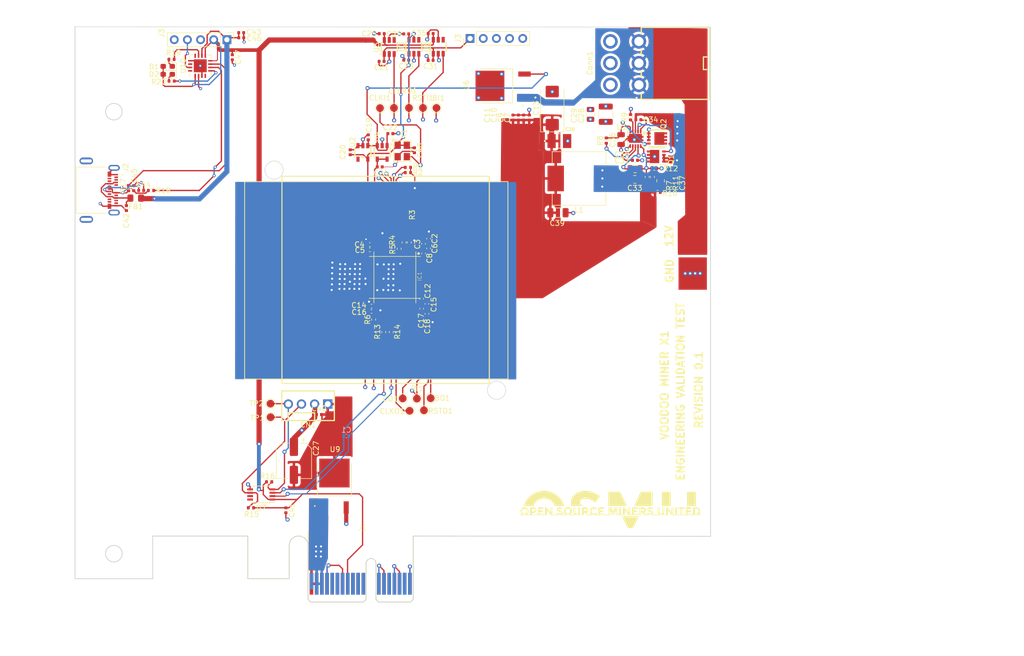
<source format=kicad_pcb>
(kicad_pcb (version 20221018) (generator pcbnew)
  (layers (0 "F.Cu" signal) (1 "In1.Cu" signal) (2 "In2.Cu" signal) (31 "B.Cu" signal) (34 "B.Paste" user) (35 "F.Paste" user) (36 "B.SilkS" user "B.Silkscreen") (37 "F.SilkS" user "F.Silkscreen") (38 "B.Mask" user) (39 "F.Mask" user) (44 "Edge.Cuts" user))
  (net 0 "")
  (net 1 "/REFCLK+")
  (net 2 "GND")
  (net 3 "VDD")
  (net 4 "/PERp0")
  (net 5 "/REFCLK-")
  (net 6 "/~{PERST}")
  (net 7 "/TMS")
  (net 8 "/TDO")
  (net 9 "/TDI")
  (net 10 "/TCK")
  (net 11 "+12V")
  (net 12 "/~{PRSNT1}")
  (net 15 "/~{WAKE}")
  (net 16 "+3.3VA")
  (net 17 "/~{TRST}")
  (net 18 "/SMDAT")
  (net 19 "/SMCLK")
  (net 20 "Net-(IC1-VDD1_0)")
  (net 21 "Net-(IC1-VDD2_0)")
  (net 22 "/Asic/0V8")
  (net 23 "/Asic/1V8")
  (net 24 "Net-(IC1-VDD3_0)")
  (net 25 "Net-(IC1-VDD3_1)")
  (net 26 "Net-(IC1-VDD2_1)")
  (net 27 "Net-(IC1-VDD1_1)")
  (net 28 "PC12V")
  (net 29 "Net-(IC1-ADDR0)")
  (net 30 "Net-(IC1-ADDR1)")
  (net 31 "Net-(IC1-ADDR2)")
  (net 33 "Net-(IC1-BI)")
  (net 34 "/Asic/RST_N")
  (net 35 "/Asic/RO")
  (net 36 "/Asic/CI")
  (net 37 "Net-(IC1-CLKI)")
  (net 41 "Net-(IC1-CLKO)")
  (net 42 "Net-(IC1-CO)")
  (net 43 "Net-(IC1-RI)")
  (net 44 "Net-(IC1-NRSTO)")
  (net 45 "Net-(IC1-BO)")
  (net 47 "/Asic/BM_RO")
  (net 48 "/Asic/BM_CI")
  (net 49 "/Asic/BM_RST")
  (net 50 "Net-(U1-SS)")
  (net 51 "Net-(U1-COMP)")
  (net 52 "/DC components/OUT0")
  (net 53 "Net-(C33-Pad2)")
  (net 54 "Net-(U1-BOOT)")
  (net 55 "/DC components/SW")
  (net 56 "Net-(U1-BP)")
  (net 57 "Net-(C37-Pad1)")
  (net 58 "/PERn0")
  (net 59 "Net-(Q1-G)")
  (net 60 "Net-(Q2-G)")
  (net 61 "/DC components/PGOOD")
  (net 62 "/PETp0")
  (net 63 "/PETn0")
  (net 65 "/FAN/FAN_TACH")
  (net 66 "/FAN/FAN_PWM")
  (net 67 "/FAN/SDA")
  (net 68 "/FAN/SCL")
  (net 69 "Net-(C42-Pad1)")
  (net 70 "VCC")
  (net 71 "Net-(C44-Pad1)")
  (net 72 "Net-(C45-Pad1)")
  (net 73 "3V3")
  (net 74 "Net-(D1-K)")
  (net 75 "Net-(D2-K)")
  (net 76 "RX")
  (net 77 "TX")
  (net 78 "Net-(U10-USBDM)")
  (net 79 "Net-(U10-USBDP)")
  (net 80 "/ftdi/RXLED")
  (net 81 "/ftdi/TXLED")
  (net 82 "CTS")
  (net 85 "RTS")
  (net 89 "5V")
  (net 90 "TEMP_P")
  (net 91 "TEMP_N")
  (footprint "Resistor_SMD:R_0402_1005Metric" (layer "F.Cu") (at 85.33 88.62 -90)
    (fp_text reference "R13")
    (fp_text value "100" hide)
  )
  (footprint "Capacitor_SMD:C_1210_3225Metric" (layer "F.Cu") (at 128.19275 46.51275 90)
    (fp_text reference "C28")
    (fp_text value "10uF" hide)
  )
  (footprint "Capacitor_SMD:C_0805_2012Metric" (layer "F.Cu") (at 125.25275 46.55275 90)
    (fp_text reference "C29")
    (fp_text value "1uF" hide)
  )
  (footprint "Capacitor_SMD:C_0402_1005Metric" (layer "F.Cu") (at 134.48275 47.58275 180)
    (fp_text reference "C34")
    (fp_text value "0.1uF" hide)
  )
  (footprint "Connector_PinHeader_2.54mm:PinHeader_1x05_P2.54mm_Vertical" (layer "F.Cu") (at 102 31.88 90)
    (fp_text reference "J3")
    (fp_text value "Conn_01x05")
  )
  (footprint "EASYEDA2KICAD:CONN-TH_HAA420A-6AW" (layer "F.Cu") (at 131.84525 36.65275 90)
    (fp_text reference "Conn1")
    (fp_text value "~")
  )
  (footprint "TestPoint:TestPoint_Pad_D1.5mm" (layer "F.Cu") (at 93.09 103.74)
    (fp_text reference "RSTO1")
    (fp_text value "TestPoint" hide)
  )
  (footprint "EASYEDA2KICAD:VSON-CLIP-8_L3.3-W3.3-P0.65-BL" (layer "F.Cu") (at 138.09275 51.20275 -90)
    (fp_text reference "Q2")
    (fp_text value "CSD17575Q3" hide)
  )
  (footprint "Capacitor_SMD:C_0402_1005Metric" (layer "F.Cu") (at 112.34 47.16 90)
    (property "Value" "311-3342-1-ND")
    (fp_text reference "C9")
    (fp_text value "0.1uF" hide)
  )
  (footprint "Capacitor_SMD:C_0402_1005Metric" (layer "F.Cu") (at 35.64 64.66 -90)
    (fp_text reference "C42")
    (fp_text value "10nF" hide)
  )
  (footprint "Capacitor_SMD:C_0402_1005Metric" (layer "F.Cu") (at 94.38 36.11 180)
    (property "Value" "311-3342-1-ND")
    (fp_text reference "C31")
    (fp_text value "0.1uF" hide)
  )
  (footprint "Capacitor_SMD:C_0402_1005Metric" (layer "F.Cu") (at 56.08 35.51 -90)
    (fp_text reference "C47")
    (fp_text value "100nF" hide)
  )
  (footprint "Capacitor_SMD:C_0402_1005Metric" (layer "F.Cu") (at 78.86 53.87 90)
    (fp_text reference "C20")
    (fp_text value "2.2uF" hide)
  )
  (footprint "Capacitor_SMD:C_0402_1005Metric" (layer "F.Cu") (at 38.49 61.25)
    (fp_text reference "C44")
    (fp_text value "47pF" hide)
  )
  (footprint "EASYEDA2KICAD:SOT-23-6_L2.9-W1.6-P0.95-LS2.8-BR" (layer "F.Cu") (at 95.85 33.48 -90)
    (fp_text reference "U8")
    (fp_text value "SN74LVC1T45DBVR" hide)
  )
  (footprint "Resistor_SMD:R_0402_1005Metric" (layer "F.Cu") (at 128.29275 51.61275 90)
    (fp_text reference "R8")
    (fp_text value "100k" hide)
  )
  (footprint "TestPoint:TestPoint_Pad_D1.5mm" (layer "F.Cu") (at 90.2 45.3)
    (fp_text reference "RO1")
    (fp_text value "TestPoint" hide)
  )
  (footprint "EASYEDA2KICAD:OSC-SMD_4P-L3.2-W2.5-BL" (layer "F.Cu") (at 88.9 53.62 -90)
    (fp_text reference "X1")
    (fp_text value "OT322525MJBA4SL" hide)
  )
  (footprint "Package_SO:TSSOP-8_3x3mm_P0.65mm" (layer "F.Cu") (at 61.675 119.99 180)
    (fp_text reference "U7")
    (fp_text value "EMC2101-R" hide)
  )
  (footprint "Capacitor_SMD:C_0805_2012Metric" (layer "F.Cu") (at 138.78275 59.38275 90)
    (fp_text reference "C37")
    (fp_text value "680pF" hide)
  )
  (footprint "EASYEDA2KICAD:SOT-23-6_L2.9-W1.6-P0.95-LS2.8-BR" (layer "F.Cu") (at 91.15 33.49 -90)
    (fp_text reference "U3")
    (fp_text value "SN74LVC1T45DBVR" hide)
  )
  (footprint "Capacitor_SMD:C_0402_1005Metric" (layer "F.Cu") (at 113.43 47.16 90)
    (property "Value" "311-3342-1-ND")
    (fp_text reference "C7")
    (fp_text value "0.1uF" hide)
  )
  (footprint "Capacitor_SMD:C_0402_1005Metric" (layer "F.Cu") (at 82.97 83.61 180)
    (property "Value" "587-5514-1-ND")
    (fp_text reference "C14")
    (fp_text value "1uF" hide)
  )
  (footprint "Inductor_SMD:L_0805_2012Metric_Pad1.15x1.40mm_HandSolder" (layer "F.Cu") (at 37.44 62.73 180)
    (fp_text reference "FB1")
    (fp_text value "Ferrite_Bead" hide)
  )
  (footprint "EASYEDA2KICAD:SOT-23-5_L3.0-W1.7-P0.95-LS2.8-BR" (layer "F.Cu") (at 81.3 53.9 90)
    (fp_text reference "U2")
    (fp_text value "LN1134A182MR-G" hide)
  )
  (footprint "DOWNLOADED:VREG_L7805CDT-TR" (layer "F.Cu") (at 108.3 41.04 90)
    (fp_text reference "U6")
    (fp_text value "~" hide)
  )
  (footprint "Capacitor_SMD:C_0402_1005Metric" (layer "F.Cu") (at 89.67 31.01 180)
    (property "Value" "311-3342-1-ND")
    (fp_text reference "C26")
    (fp_text value "0.1uF" hide)
  )
  (footprint "Capacitor_SMD:C_0402_1005Metric" (layer "F.Cu") (at 86.6 50.27)
    (fp_text reference "C22")
    (fp_text value "1uF" hide)
  )
  (footprint "Resistor_SMD:R_0402_1005Metric" (layer "F.Cu") (at 90.26 71.3 -90)
    (fp_text reference "R3")
    (fp_text value "0" hide)
  )
  (footprint "TestPoint:TestPoint_Pad_D1.5mm" (layer "F.Cu") (at 87.3 45.3)
    (fp_text reference "CI1")
    (fp_text value "TestPoint" hide)
  )
  (footprint "Capacitor_SMD:C_0402_1005Metric" (layer "F.Cu") (at 93.02 73.44 -90)
    (property "Value" "587-5514-1-ND")
    (fp_text reference "C8")
    (fp_text value "1uF" hide)
  )
  (footprint "TestPoint:TestPoint_Pad_D1.5mm" (layer "F.Cu") (at 63.48 105.06)
    (fp_text reference "TP1")
    (fp_text value "TestPoint" hide)
  )
  (footprint "LED_SMD:LED_0603_1608Metric_Pad1.05x0.95mm_HandSolder" (layer "F.Cu") (at 43.6175 37.27 180)
    (fp_text reference "D1")
    (fp_text value "RXLED" hide)
  )
  (footprint "" (layer "F.Cu") (at 144.98 77.31)
    (fp_text reference "")
    (fp_text value "")
  )
  (footprint "Capacitor_SMD:C_1206_3216Metric" (layer "F.Cu") (at 118.96275 65.55275)
    (fp_text reference "C39")
    (fp_text value "22uF" hide)
  )
  (footprint "Capacitor_SMD:C_0402_1005Metric" (layer "F.Cu") (at 94.39 30.93 180)
    (property "Value" "311-3342-1-ND")
    (fp_text reference "C35")
    (fp_text value "0.1uF" hide)
  )
  (footprint "Capacitor_SMD:C_0402_1005Metric" (layer "F.Cu") (at 92.65 82.19 -90)
    (property "Value" "587-5514-1-ND")
    (fp_text reference "C12")
    (fp_text value "1uF" hide)
  )
  (footprint "EASYEDA2KICAD:CONN-TH_4P-P2.54_HF1004E" (layer "F.Cu") (at 70.71 102.53 180)
    (fp_text reference "CN1")
    (fp_text value "HF1004E")
  )
  (footprint "Resistor_SMD:R_0402_1005Metric" (layer "F.Cu") (at 63.2 117.56 180)
    (fp_text reference "R16")
    (fp_text value "10k" hide)
  )
  (footprint "DOWNLOADED:VREG_L7805CDT-TR" (layer "F.Cu") (at 75.8 118.32)
    (fp_text reference "U9")
    (fp_text value "~" hide)
  )
  (footprint "LED_SMD:LED_0603_1608Metric_Pad1.05x0.95mm_HandSolder" (layer "F.Cu") (at 43.6175 38.81 180)
    (fp_text reference "D2")
    (fp_text value "TXLED" hide)
  )
  (footprint "DOWNLOADED:CAP_2R5TPE220MFGB" (layer "F.Cu") (at 119.23275 51.70275)
    (fp_text reference "C38")
    (fp_text value "220uF")
  )
  (footprint "Resistor_SMD:R_0402_1005Metric" (layer "F.Cu") (at 83.38 86.2 90)
    (fp_text reference "R6")
    (fp_text value "10k" hide)
  )
  (footprint "Capacitor_SMD:C_0402_1005Metric" (layer "F.Cu") (at 93.65 83.16 -90)
    (property "Value" "587-5514-1-ND")
    (fp_text reference "C15")
    (fp_text value "1uF" hide)
  )
  (footprint "TestPoint:TestPoint_Pad_D1.5mm" (layer "F.Cu") (at 90.32 103.83)
    (fp_text reference "CLKO1")
    (fp_text value "TestPoint" hide)
  )
  (footprint "Package_DFN_QFN:QFN-16-1EP_4x4mm_P0.65mm_EP2.5x2.5mm" (layer "F.Cu") (at 49.895 37.1625 90)
    (fp_text reference "U10")
    (fp_text value "FT230XQ" hide)
  )
  (footprint "Resistor_SMD:R_0402_1005Metric" (layer "F.Cu") (at 89.25 71.3 -90)
    (fp_text reference "R4")
    (fp_text value "0" hide)
  )
  (footprint "EASYEDA2KICAD:VSONP-8_L3.2-W3.0-P0.65-LS3.3-BL" (layer "F.Cu") (at 137.92275 54.69275 90)
    (fp_text reference "Q1")
    (fp_text value "CSD17551Q3A" hide)
  )
  (footprint "TestPoint:TestPoint_Pad_D1.5mm" (layer "F.Cu") (at 92.9 45.3)
    (fp_text reference "RSTI1")
    (fp_text value "TestPoint" hide)
  )
  (footprint "Capacitor_SMD:C_0402_1005Metric" (layer "F.Cu") (at 84.94 30.96 180)
    (property "Value" "311-3342-1-ND")
    (fp_text reference "C25")
    (fp_text value "0.1uF" hide)
  )
  (footprint "Connector_PinHeader_2.54mm:PinHeader_1x05_P2.54mm_Vertical" (layer "F.Cu") (at 55.04 32.12 -90)
    (fp_text reference "J3")
    (fp_text value "Conn_01x05" hide)
  )
  (footprint "" (layer "F.Cu") (at 144.97 70.54)
    (fp_text reference "")
    (fp_text value "")
  )
  (footprint "Capacitor_SMD:C_0402_1005Metric" (layer "F.Cu") (at 57.8 30.77)
    (fp_text reference "C43")
    (fp_text value "100nF" hide)
  )
  (footprint "Capacitor_Tantalum_SMD:CP_EIA-7343-31_Kemet-D_Pad2.25x2.55mm_HandSolder" (layer "F.Cu") (at 117.86 45.34 90)
    (fp_text reference "C13")
    (fp_text value "330uF" hide)
  )
  (footprint "EASYEDA2KICAD:SOT-23-5_L3.0-W1.7-P0.95-LS2.8-BR" (layer "F.Cu") (at 85.02 53.9 90)
    (fp_text reference "U4")
    (fp_text value "SGM2036-ADJYN5G/TR" hide)
  )
  (footprint "TestPoint:TestPoint_Pad_D1.5mm" (layer "F.Cu") (at 95.51 45.31)
    (fp_text reference "BI1")
    (fp_text value "TestPoint" hide)
  )
  (footprint "Capacitor_SMD:C_0402_1005Metric" (layer "F.Cu") (at 93.99 70.56 -90)
    (property "Value" "587-5514-1-ND")
    (fp_text reference "C2")
    (fp_text value "1uF" hide)
  )
  (footprint "Capacitor_SMD:C_0402_1005Metric" (layer "F.Cu") (at 110.29 47.16 90)
    (property "Value" "587-5514-1-ND")
    (fp_text reference "C11")
    (fp_text value "1uF" hide)
  )
  (footprint "Capacitor_SMD:C_0402_1005Metric" (layer "F.Cu") (at 84.91 36.31 180)
    (property "Value" "311-3342-1-ND")
    (fp_text reference "C21")
    (fp_text value "0.1uF")
  )
  (footprint "Resistor_SMD:R_0402_1005Metric" (layer "F.Cu") (at 40.39 61.25)
    (fp_text reference "R18")
    (fp_text value "27R" hide)
  )
  (footprint "Capacitor_SMD:CP_Elec_6.3x7.7" (layer "F.Cu") (at 67.98 113.5 -90)
    (fp_text reference "C27")
    (fp_text value "220uF" hide)
  )
  (footprint "Resistor_SMD:R_0402_1005Metric" (layer "F.Cu") (at 138.21275 61.61275)
    (fp_text reference "R10")
    (fp_text value "1.62k" hide)
  )
  (footprint "Capacitor_SMD:C_0402_1005Metric" (layer "F.Cu") (at 84.55 56.7)
    (fp_text reference "C24")
    (fp_text value "1uF" hide)
  )
  (footprint "Inductor_SMD:L_Vishay_IHLP-4040" (layer "F.Cu") (at 123.03525 58.93275 180)
    (fp_text reference "L1")
    (fp_text value "330nH" hide)
  )
  (footprint "Capacitor_SMD:C_0402_1005Metric" (layer "F.Cu") (at 82.96 84.63 180)
    (property "Value" "587-5514-1-ND")
    (fp_text reference "C16")
    (fp_text value "1uF" hide)
  )
  (footprint "Custom:PCIE1XSMALL" (layer "F.Cu") (at 81.2 126.93)
    (fp_text reference "J1")
    (fp_text value "PCIexpress_x1")
  )
  (footprint "LOGO" (layer "F.Cu") (at 129.09 123.208172)
    (fp_text reference "G***" hide)
    (fp_text value "LOGO" hide)
  )
  (footprint "Capacitor_SMD:C_0402_1005Metric" (layer "F.Cu") (at 82.33 50.98 90)
    (fp_text reference "C19")
    (fp_text value "1uF" hide)
  )
  (footprint "EASYEDA2KICAD:VSON-10_L3.0-W3.0-P0.50-BL-EP_TPS62410DRCR" (layer "F.Cu") (at 133.92275 51.27275)
    (fp_text reference "U1")
    (fp_text value "TPS40305" hide)
  )
  (footprint "Capacitor_SMD:C_0402_1005Metric" (layer "F.Cu") (at 91.24 53.49 90)
    (property "Value" "311-3342-1-ND")
    (fp_text reference "C48")
    (fp_text value "0.1uF" hide)
  )
  (footprint "DOWNLOADED:MOLEX_1054550101" (layer "F.Cu") (at 29.9 61.2 -90)
    (fp_text reference "J2")
    (fp_text value "USB_C_Receptacle_USB2.0")
  )
  (footprint "Resistor_SMD:R_0402_1005Metric" (layer "F.Cu") (at 86.78 88.62 90)
    (fp_text reference "R14")
    (fp_text value "100" hide)
  )
  (footprint "Resistor_SMD:R_0402_1005Metric" (layer "F.Cu") (at 44.35 35.92)
    (fp_text reference "R19")
    (fp_text value "270R" hide)
  )
  (footprint "Capacitor_SMD:C_0805_2012Metric" (layer "F.Cu") (at 133.85275 57.08275)
    (fp_text reference "C32")
    (fp_text value "270pF" hide)
  )
  (footprint "Capacitor_SMD:C_0402_1005Metric" (layer "F.Cu") (at 82.63 72.71 180)
    (property "Value" "587-5514-1-ND")
    (fp_text reference "C5")
    (fp_text value "1uF" hide)
  )
  (footprint "Resistor_SMD:R_0402_1005Metric" (layer "F.Cu") (at 132.97275 47.10275 90)
    (fp_text reference "R9")
    (fp_text value "5.9k" hide)
  )
  (footprint "Capacitor_SMD:C_0402_1005Metric" (layer "F.Cu") (at 93.01 71.56 -90)
    (property "Value" "587-5514-1-ND")
    (fp_text reference "C3")
    (fp_text value "1uF" hide)
  )
  (footprint "Resistor_SMD:R_0402_1005Metric" (layer "F.Cu") (at 36.05 60.8 -90)
    (fp_text reference "R17")
    (fp_text value "27R" hide)
  )
  (footprint "Capacitor_SMD:C_0402_1005Metric" (layer "F.Cu") (at 57.81 31.74)
    (fp_text reference "C46")
    (fp_text value "4.7uF" hide)
  )
  (footprint "Capacitor_SMD:C_0805_2012Metric" (layer "F.Cu") (at 131.15275 51.42275 -90)
    (fp_text reference "C36")
    (fp_text value "4.7uF" hide)
  )
  (footprint "Resistor_SMD:R_0402_1005Metric" (layer "F.Cu") (at 88.31 72.5 -90)
    (fp_text reference "R5")
    (fp_text value "0")
  )
  (footprint "TestPoint:TestPoint_Pad_D1.5mm" (layer "F.Cu") (at 91.73 101.48)
    (fp_text reference "RI1")
    (fp_text value "TestPoint" hide)
  )
  (footprint "Capacitor_SMD:C_0402_1005Metric" (layer "F.Cu") (at 93.99 72.45 -90)
    (property "Value" "587-5514-1-ND")
    (fp_text reference "C6")
    (fp_text value "1uF" hide)
  )
  (footprint "DOWNLOADED:BM1397" (layer "F.Cu") (at 87.47 78.05 -90)
    (fp_text reference "IC1")
    (fp_text value "BM1397_mode1" hide)
  )
  (footprint "Resistor_SMD:R_0402_1005Metric" (layer "F.Cu") (at 44.37 40.11)
    (fp_text reference "R20")
    (fp_text value "270R" hide)
  )
  (footprint "Capacitor_SMD:C_0402_1005Metric" (layer "F.Cu") (at 92.65 84.09 -90)
    (property "Value" "587-5514-1-ND")
    (fp_text reference "C17")
    (fp_text value "1uF" hide)
  )
  (footprint "Capacitor_SMD:C_0402_1005Metric" (layer "F.Cu") (at 133.84275 55.42275)
    (fp_text reference "C30")
    (fp_text value "3.3nF" hide)
  )
  (footprint "Capacitor_SMD:C_0805_2012Metric" (layer "F.Cu") (at 133.80275 59.11275 180)
    (fp_text reference "C33")
    (fp_text value "1.8nF" hide)
  )
  (footprint "EASYEDA2KICAD:SOT-23-6_L2.9-W1.6-P0.95-LS2.8-BR" (layer "F.Cu") (at 86.39 33.53 -90)
    (fp_text reference "U5")
    (fp_text value "SN74LVC1T45DBVR" hide)
  )
  (footprint "Capacitor_SMD:C_0402_1005Metric" (layer "F.Cu") (at 89.67 36.06 180)
    (property "Value" "311-3342-1-ND")
    (fp_text reference "C23")
    (fp_text value "0.1uF" hide)
  )
  (footprint "Resistor_SMD:R_0402_1005Metric" (layer "F.Cu") (at 137.56275 56.99275)
    (fp_text reference "R12")
    (fp_text value "6.65k" hide)
  )
  (footprint "Capacitor_SMD:C_0402_1005Metric" (layer "F.Cu") (at 93.66 85.09 -90)
    (property "Value" "587-5514-1-ND")
    (fp_text reference "C18")
    (fp_text value "1uF" hide)
  )
  (footprint "Resistor_SMD:R_0402_1005Metric" (layer "F.Cu") (at 137.20275 58.63275 90)
    (fp_text reference "R11")
    (fp_text value "10k" hide)
  )
  (footprint "Capacitor_SMD:C_0402_1005Metric" (layer "F.Cu") (at 82.64 71.71 180)
    (property "Value" "587-5514-1-ND")
    (fp_text reference "C4")
    (fp_text value "1uF" hide)
  )
  (footprint "TestPoint:TestPoint_Pad_D1.5mm" (layer "F.Cu") (at 88.99 101.44)
    (fp_text reference "CO1")
    (fp_text value "TestPoint" hide)
  )
  (footprint "Capacitor_SMD:C_0402_1005Metric" (layer "F.Cu") (at 66.43 123.05 -90)
    (property "Value" "311-3342-1-ND")
    (fp_text reference "C41")
    (fp_text value "0.1uF" hide)
  )
  (footprint "TestPoint:TestPoint_Pad_D1.5mm" (layer "F.Cu") (at 63.46 102.45)
    (fp_text reference "TP2")
    (fp_text value "TestPoint" hide)
  )
  (footprint "TestPoint:TestPoint_Pad_D1.5mm" (layer "F.Cu") (at 84.6 45.33)
    (fp_text reference "CLKI1")
    (fp_text value "TestPoint" hide)
  )
  (footprint "Capacitor_SMD:C_0402_1005Metric" (layer "F.Cu") (at 37.05 60.81 90)
    (fp_text reference "C45")
    (fp_text value "47pF" hide)
  )
  (footprint "Resistor_SMD:R_0402_1005Metric" (layer "F.Cu") (at 136.19275 58.64275 90)
    (fp_text reference "R7")
    (fp_text value "4.12k" hide)
  )
  (footprint "Capacitor_SMD:C_0402_1005Metric" (layer "F.Cu") (at 72.82 104.55)
    (property "Value" "311-3342-1-ND")
    (fp_text reference "C40")
    (fp_text value "0.1uF" hide)
  )
  (footprint "TestPoint:TestPoint_Pad_D1.5mm" (layer "F.Cu") (at 94.39 101.4)
    (fp_text reference "BO1")
    (fp_text value "TestPoint" hide)
  )
  (footprint "Resistor_SMD:R_0402_1005Metric" (layer "F.Cu") (at 90 56.8 180)
    (fp_text reference "R1")
    (fp_text value "1k" hide)
  )
  (footprint "Capacitor_SMD:C_0402_1005Metric" (layer "F.Cu") (at 111.33 47.16 90)
    (property "Value" "587-5514-1-ND")
    (fp_text reference "C10")
    (fp_text value "1uF" hide)
  )
  (footprint "Resistor_SMD:R_0402_1005Metric" (layer "F.Cu") (at 59.68 122.57)
    (fp_text reference "R15")
    (fp_text value "5.6k" hide)
  )
  (footprint "Resistor_SMD:R_0402_1005Metric" (layer "F.Cu") (at 90 57.8 180)
    (fp_text reference "R2")
    (fp_text value "1k" hide)
  )
  (footprint "Capacitor_SMD:C_0402_1005Metric" (layer "B.Cu") (at 78.1 108.7 180)
    (fp_text reference "C1")
    (fp_text value "470pF" hide)
  )
  (gr_rect (start 65.67 58.51) (end 105.71 98.55) (stroke (width 0.2)) (fill none) (layer "F.SilkS"))
  (gr_rect (start 58.47 59.54) (end 109.3 97.71) (stroke (width 0.15)) (fill none) (layer "F.SilkS"))
  (gr_circle (center 64.147672 57.32) (end 65.177672 58.75) (stroke (width 0.1)) (fill none) (layer "Edge.Cuts"))
  (gr_line (start 59.07 128.03) (end 59.07 136.28) (stroke (width 0.15)) (layer "Edge.Cuts"))
  (gr_line (start 25.72 136.28) (end 40.72 136.28) (stroke (width 0.15)) (layer "Edge.Cuts"))
  (gr_line (start 71.22 140.78) (end 81.42 140.78) (stroke (width 0.15)) (layer "Edge.Cuts"))
  (gr_line (start 25.72 29.63) (end 25.72 136.28) (stroke (width 0.15)) (layer "Edge.Cuts"))
  (gr_line (start 81.92 140.28) (end 81.92 133.33) (stroke (width 0.15)) (layer "Edge.Cuts"))
  (gr_line (start 25.72 29.63) (end 148.41865 29.69) (stroke (width 0.1)) (layer "Edge.Cuts"))
  (gr_arc (start 67.07 129.855) (mid 68.895 128.03) (end 70.72 129.855) (stroke (width 0.15)) (layer "Edge.Cuts"))
  (gr_line (start 83.82 133.33) (end 83.82 140.28) (stroke (width 0.15)) (layer "Edge.Cuts"))
  (gr_line (start 40.72 136.28) (end 40.72 128.03) (stroke (width 0.15)) (layer "Edge.Cuts"))
  (gr_line (start 59.07 136.28) (end 67.07 136.28) (stroke (width 0.15)) (layer "Edge.Cuts"))
  (gr_line (start 148.42135 128.09) (end 91.02 128.03) (stroke (width 0.15)) (layer "Edge.Cuts"))
  (gr_line (start 70.72 129.855) (end 70.72 140.28) (stroke (width 0.15)) (layer "Edge.Cuts"))
  (gr_circle (center 33.22 131.43) (end 34.82 131.43) (stroke (width 0.15)) (fill none) (layer "Edge.Cuts"))
  (gr_line (start 90.52 140.78) (end 84.32 140.78) (stroke (width 0.15)) (layer "Edge.Cuts"))
  (gr_line (start 40.72 128.03) (end 59.07 128.03) (stroke (width 0.15)) (layer "Edge.Cuts"))
  (gr_line (start 91.02 128.03) (end 91.02 140.28) (stroke (width 0.15)) (layer "Edge.Cuts"))
  (gr_circle (center 107.117672 99.85) (end 108.147672 101.28) (stroke (width 0.1)) (fill none) (layer "Edge.Cuts"))
  (gr_line (start 81.42 140.78) (end 81.92 140.28) (stroke (width 0.15)) (layer "Edge.Cuts"))
  (gr_line (start 67.07 136.28) (end 67.07 129.855) (stroke (width 0.15)) (layer "Edge.Cuts"))
  (gr_arc (start 81.92 133.33) (mid 82.87 132.38) (end 83.82 133.33) (stroke (width 0.15)) (layer "Edge.Cuts"))
  (gr_circle (center 33.22 46.03) (end 34.82 46.03) (stroke (width 0.15)) (fill none) (layer "Edge.Cuts"))
  (gr_line (start 91.02 140.28) (end 90.52 140.78) (stroke (width 0.15)) (layer "Edge.Cuts"))
  (gr_line (start 148.41865 29.69) (end 148.42135 128.09) (stroke (width 0.15)) (layer "Edge.Cuts"))
  (gr_line (start 70.72 140.28) (end 71.22 140.78) (stroke (width 0.15)) (layer "Edge.Cuts"))
  (gr_line (start 83.82 140.28) (end 84.32 140.78) (stroke (width 0.15)) (layer "Edge.Cuts"))
  (gr_text "REVISION 0.1" (at 147.03 107.41 90) (layer "F.SilkS") (effects (font (size 1.5 1.5) (thickness 0.3) bold) (justify left bottom)))
  (gr_text "VOODOO MINER X1" (at 140.43 109.59 90) (layer "F.SilkS") (effects (font (size 1.5 1.5) (thickness 0.3) bold) (justify left bottom)))
  (gr_text "12V" (at 141.31 72.36 90) (layer "F.SilkS") (effects (font (size 1.5 1.5) (thickness 0.3) bold) (justify left bottom)))
  (gr_text "GND" (at 141.41 79.32 90) (layer "F.SilkS") (effects (font (size 1.5 1.5) (thickness 0.3) bold) (justify left bottom)))
  (gr_text "ENGINEERING VALIDATION TEST" (at 143.51 117.48 90) (layer "F.SilkS") (effects (font (size 1.5 1.5) (thickness 0.3) bold) (justify left bottom)))
  (segment (start 85.02 52.6) (end 85.02 51.4) (width 0.25) (layer "F.Cu") (net 2))
  (segment (start 86.39 34.88) (end 86.39 36.34) (width 0.25) (layer "F.Cu") (net 2))
  (segment (start 88.31 71.99) (end 88.31 71.73) (width 0.25) (layer "F.Cu") (net 2))
  (segment (start 131.15275 52.37275) (end 132.30275 51.22275) (width 0.25) (layer "F.Cu") (net 2))
  (segment (start 77.37 134.37) (end 76.69 133.69) (width 0.25) (layer "F.Cu") (net 2))
  (segment (start 86.27 77.69) (end 84.12 75.54) (width 0.25) (layer "F.Cu") (net 2))
  (segment (start 33.67 58.2) (end 32.47 58.2) (width 0.254) (layer "F.Cu") (net 2))
  (segment (start 58.29 32.49) (end 58.37 32.57) (width 0.254) (layer "F.Cu") (net 2))
  (segment (start 88.02 55.78) (end 88.02 54.72) (width 0.09) (layer "F.Cu") (net 2))
  (segment (start 86.27 78.41) (end 88.42 80.56) (width 0.25) (layer "F.Cu") (net 2))
  (segment (start 95.85 35.95) (end 96 36.1) (width 0.25) (layer "F.Cu") (net 2))
  (segment (start 90.37 137.25) (end 90.37 133.93) (width 0.25) (layer "F.Cu") (net 2))
  (segment (start 90.51 57.8) (end 90.51 56.8) (width 0.2) (layer "F.Cu") (net 2))
  (segment (start 58.29 31.74) (end 58.29 30.78) (width 0.254) (layer "F.Cu") (net 2))
  (segment (start 90.26 70.79) (end 91.12 70.79) (width 0.25) (layer "F.Cu") (net 2))
  (segment (start 88.06 50.27) (end 88.14 50.19) (width 0.25) (layer "F.Cu") (net 2))
  (segment (start 58.29 30.78) (end 58.28 30.77) (width 0.254) (layer "F.Cu") (net 2))
  (segment (start 79.56 53.39) (end 80.35 52.6) (width 0.25) (layer "F.Cu") (net 2))
  (segment (start 34.7 64.2) (end 35.64 65.14) (width 0.254) (layer "F.Cu") (net 2))
  (segment (start 113.43 45.67) (end 113.42 45.66) (width 0.25) (layer "F.Cu") (net 2))
  (segment (start 120.43775 65.55275) (end 121.85275 65.55275) (width 0.25) (layer "F.Cu") (net 2))
  (segment (start 31.11 64.3) (end 30.6 63.79) (width 0.254) (layer "F.Cu") (net 2))
  (segment (start 86.39 31.38) (end 86.76 31.01) (width 0.25) (layer "F.Cu") (net 2))
  (segment (start 86.27 78.05) (end 86.27 78.33) (width 0.25) (layer "F.Cu") (net 2))
  (segment (start 86.27 78.05) (end 86.27 78.41) (width 0.25) (layer "F.Cu") (net 2))
  (segment (start 85.37 134.7) (end 84.43 133.76) (width 0.25) (layer "F.Cu") (net 2))
  (segment (start 33.67 64.2) (end 34.7 64.2) (width 0.254) (layer "F.Cu") (net 2))
  (segment (start 66.43 124.52) (end 66.43 123.53) (width 0.25) (layer "F.Cu") (net 2))
  (segment (start 82.16 72.7) (end 82.15 72.71) (width 0.25) (layer "F.Cu") (net 2))
  (segment (start 81.3 52.6) (end 81.3 51.38) (width 0.25) (layer "F.Cu") (net 2))
  (segment (start 93.91 30.71) (end 94.38 30.24) (width 0.25) (layer "F.Cu") (net 2))
  (segment (start 136.49275 49.51275) (end 136.53275 49.47275) (width 0.25) (layer "F.Cu") (net 2))
  (segment (start 48.92 36.1875) (end 49.895 37.1625) (width 0.254) (layer "F.Cu") (net 2))
  (segment (start 136.49275 51.53275) (end 136.49275 50.88275) (width 0.25) (layer "F.Cu") (net 2))
  (segment (start 94.38 30.24) (end 95.58 30.24) (width 0.25) (layer "F.Cu") (net 2))
  (segment (start 84.56 37.13) (end 85.62 37.13) (width 0.25) (layer "F.Cu") (net 2))
  (segment (start 74.37 133.99) (end 74.67 133.69) (width 0.25) (layer "F.Cu") (net 2))
  (segment (start 50.22 37.4875) (end 49.895 37.1625) (width 0.254) (layer "F.Cu") (net 2))
  (segment (start 95.85 30.51) (end 95.85 32.13) (width 0.25) (layer "F.Cu") (net 2))
  (segment (start 85.62 37.13) (end 86.4 36.35) (width 0.25) (layer "F.Cu") (net 2))
  (segment (start 78.86 53.39) (end 79.56 53.39) (width 0.25) (layer "F.Cu") (net 2))
  (segment (start 32.47 58.2) (end 32.37 58.1) (width 0.254) (layer "F.Cu") (net 2))
  (segment (start 32.47 64.2) (end 32.37 64.3) (width 0.254) (layer "F.Cu") (net 2))
  (segment (start 93.99 69.24) (end 94.04 69.19) (width 0.25) (layer "F.Cu") (net 2))
  (segment (start 93.95 70.12) (end 93.99 70.08) (width 0.25) (layer "F.Cu") (net 2))
  (segment (start 128.19275 45.03775) (end 128.19275 44.99275) (width 0.25) (layer "F.Cu") (net 2))
  (segment (start 125.25275 45.60275) (end 125.24275 45.60275) (width 0.25) (layer "F.Cu") (net 2))
  (segment (start 84.43 36.31) (end 84.43 37) (width 0.25) (layer "F.Cu") (net 2))
  (segment (start 112.34 46.68) (end 113.43 46.68) (width 0.25) (layer "F.Cu") (net 2))
  (segment (start 132.97275 45.56275) (end 133.04275 45.49275) (width 0.25) (layer "F.Cu") (net 2))
  (segment (start 95.85 34.83) (end 95.85 35.95) (width 0.25) (layer "F.Cu") (net 2))
  (segment (start 93.91 31.07) (end 93.91 30.71) (width 0.25) (layer "F.Cu") (net 2))
  (segment (start 83.52 30.96) (end 83.47 30.91) (width 0.25) (layer "F.Cu") (net 2))
  (segment (start 88.37 137.25) (end 88.37 134.88) (width 0.25) (layer "F.Cu") (net 2))
  (segment (start 134.32275 55.42275) (end 135.22275 55.42275) (width 0.25) (layer "F.Cu") (net 2))
  (segment (start 85.02 51.4) (end 85.03 51.39) (width 0.25) (layer "F.Cu") (net 2))
  (segment (start 138.07275 56.99275) (end 138.96275 56.99275) (width 0.25) (layer "F.Cu") (net 2))
  (segment (start 82.16 71.71) (end 82.16 72.7) (width 0.25) (layer "F.Cu") (net 2))
  (segment (start 86.27 78.05) (end 86.27 77.66) (width 0.25) (layer "F.Cu") (net 2))
  (segment (start 87.1 56.7) (end 88.02 55.78) (width 0.09) (layer "F.Cu") (net 2))
  (segment (start 93.91 31.87) (end 93.71 32.07) (width 0.25) (layer "F.Cu") (net 2))
  (segment (start 85.31 69.7555) (end 85.0745 69.52) (width 0.25) (layer "F.Cu") (net 2))
  (segment (start 38.97 61.25) (end 38.97 60.19) (width 0.254) (layer "F.Cu") (net 2))
  (segment (start 84.46 30.96) (end 83.52 30.96) (width 0.25) (layer "F.Cu") (net 2))
  (segment (start 91.32 58.61) (end 91.32 60.86) (width 0.2) (layer "F.Cu") (net 2))
  (segment (start 84.43 37) (end 84.56 37.13) (width 0.25) (layer "F.Cu") (net 2))
  (segment (start 90.51 57.8) (end 91.32 58.61) (width 0.2) (layer "F.Cu") (net 2))
  (segment (start 58.29 31.74) (end 58.29 32.49) (width 0.254) (layer "F.Cu") (net 2))
  (segment (start 125.24275 45.60275) (end 125.22275 45.62275) (width 0.25) (layer "F.Cu") (net 2))
  (segment (start 32.37 64.3) (end 31.11 64.3) (width 0.254) (layer "F.Cu") (net 2))
  (segment (start 82.16 71.71) (end 82.16 70.94) (width 0.25) (layer "F.Cu") (net 2))
  (segment (start 82.49 82.75) (end 82.48 82.74) (width 0.25) (layer "F.Cu") (net 2))
  (segment (start 47.9575 36.1875) (end 48.92 36.1875) (width 0.254) (layer "F.Cu") (net 2))
  (segment (start 86.39 36.34) (end 86.4 36.35) (width 0.25) (layer "F.Cu") (net 2))
  (segment (start 89.25 70.79) (end 90.26 70.79) (width 0.25) (layer "F.Cu") (net 2))
  (segment (start 86.39 32.18) (end 86.39 31.38) (width 0.25) (layer "F.Cu") (net 2))
  (segment (start 121.85275 65.55275) (end 121.91275 65.61275) (width 0.25) (layer "F.Cu") (net 2))
  (segment (start 90.37 133.93) (end 90.38 133.92) (width 0.09) (layer "F.Cu") (net 2))
  (segment (start 91.15 34.84) (end 91.15 36.15) (width 0.25) (layer "F.Cu") (net 2))
  (segment (start 84.83 84.2646) (end 84.6823 84.4123) (width 0.25) (layer "F.Cu") (net 2))
  (segment (start 86.27 77.66) (end 88.51 75.42) (width 0.25) (layer "F.Cu") (net 2))
  (segment (start 50.22 39.1) (end 50.22 37.4875) (width 0.254) (layer "F.Cu") (net 2))
  (segment (start 89.19 35.54) (end 88.92 35.27) (width 0.25) (layer "F.Cu") (net 2))
  (segment (start 93.9 36.11) (end 93.9 35.59) (width 0.25) (layer "F.Cu") (net 2))
  (segment (start 93.66 85.57) (end 93.66 85.6) (width 0.25) (layer "F.Cu") (net 2))
  (segment (start 136.49275 50.88275) (end 136.49275 50.22275) (width 0.25) (layer "F.Cu") (net 2))
  (segment (start 84.83 81.9846) (end 84.83 84.2646) (width 0.25) (layer "F.Cu") (net 2))
  (segment (start 85.31 74.1154) (end 85.31 69.7555) (width 0.25) (layer "F.Cu") (net 2))
  (segment (start 95.58 30.24) (end 95.85 30.51) (width 0.25) (layer "F.Cu") (net 2))
  (segment (start 56.08 36.6) (end 56.52 37.04) (width 0.254) (layer "F.Cu") (net 2))
  (segment (start 76.69 133.69) (end 74.67 133.69) (width 0.25) (layer "F.Cu") (net 2))
  (segment (start 82.49 83.61) (end 82.49 82.75) (width 0.25) (layer "F.Cu") (net 2))
  (segment (start 89.19 36.06) (end 89.19 35.54) (width 0.25) (layer "F.Cu") (net 2))
  (segment (start 59.525 118.455) (end 59.12 118.05) (width 0.25) (layer "F.Cu") (net 2))
  (segment (start 82.33 50.5) (end 82.18 50.5) (width 0.25) (layer "F.Cu") (net 2))
  (segment (start 37.65 59.73) (end 38.51 59.73) (width 0.254) (layer "F.Cu") (net 2))
  (segment (start 132.30275 51.22275) (end 133.92275 51.22275) (width 0.25) (layer "F.Cu") (net 2))
  (segment (start 33.67 64.2) (end 32.47 64.2) (width 0.254) (layer "F.Cu") (net 2))
  (segment (start 136.49275 50.22275) (end 136.49275 49.51275) (width 0.25) (layer "F.Cu") (net 2))
  (segment (start 66.75 124.84) (end 66.43 124.52) (width 0.25) (layer "F.Cu") (net 2))
  (segment (start 90.965 53.695) (end 91.24 53.97) (width 0.25) (layer "F.Cu") (net 2))
  (segment (start 74.37 137.25) (end 74.37 133.99) (width 0.25) (layer "F.Cu") (net 2))
  (segment (start 133.92275 51.22275) (end 133.710451 51.435049) (width 0.25) (layer "F.Cu") (net 2))
  (segment (start 93.9 35.59) (end 93.59 35.28) (width 0.25) (layer "F.Cu") (net 2))
  (segment (start 37.05 60.33) (end 37.65 59.73) (width 0.254) (layer "F.Cu") (net 2))
  (segment (start 82.16 70.94) (end 81.9 70.68) (width 0.25) (layer "F.Cu") (net 2))
  (segment (start 113.43 46.68) (end 113.43 45.67) (width 0.25) (layer "F.Cu") (net 2))
  (segment (start 85.37 137.25) (end 85.37 134.7) (width 0.25) (layer "F.Cu") (net 2))
  (segment (start 85.03 56.7) (end 87.1 56.7) (width 0.09) (layer "F.Cu") (net 2))
  (segment (start 86.27 78.05) (end 86.27 77.69) (width 0.25) (layer "F.Cu") (net 2))
  (segment (start 87.08 50.27) (end 88.06 50.27) (width 0.25) (layer "F.Cu") (net 2))
  (segment (start 38.97 60.19) (end 38.51 59.73) (width 0.254) (layer "F.Cu") (net 2))
  (segment (start 132.97275 46.59275) (end 132.97275 45.56275) (width 0.25) (layer "F.Cu") (net 2))
  (segment (start 89.19 31.01) (end 88.34 31.01) (width 0.25) (layer "F.Cu") (net 2))
  (segment (start 110.29 46.68) (end 111.33 46.68) (width 0.25) (layer "F.Cu") (net 2))
  (segment (start 88.945 53.695) (end 90.965 53.695) (width 0.25) (layer "F.Cu") (net 2))
  (segment (start 86.27 78.33) (end 84.08 80.52) (width 0.25) (layer "F.Cu") (net 2))
  (segment (start 88.02 54.72) (end 88.02 54.62) (width 0.25) (layer "F.Cu") (net 2))
  (segment (start 32.37 58.1) (end 32.37 57.77) (width 0.254) (layer "F.Cu") (net 2))
  (segment (start 93.99 70.08) (end 93.99 69.24) (width 0.25) (layer "F.Cu") (net 2))
  (segment (start 120.84275 51.70275) (end 120.85275 51.69275) (width 0.25) (layer "F.Cu") (net 2))
  (segment (start 32.37 57.77) (end 33.26 56.88) (width 0.254) (layer "F.Cu") (net 2))
  (segment (start 131.15275 52.37275) (end 131.15275 53.44275) (width 0.25) (layer "F.Cu") (net 2))
  (segment (start 111.33 46.68) (end 112.34 46.68) (width 0.25) (layer "F.Cu") (net 2))
  (segment (start 93.91 31.07) (end 93.91 31.87) (width 0.25) (layer "F.Cu") (net 2))
  (segment (start 86.76 31.01) (end 88.34 31.01) (width 0.25) (layer "F.Cu") (net 2))
  (segment (start 88.02 54.62) (end 88.945 53.695) (width 0.25) (layer "F.Cu") (net 2))
  (segment (start 80.35 52.6) (end 81.3 52.6) (width 0.25) (layer "F.Cu") (net 2))
  (segment (start 120.73275 51.70275) (end 120.84275 51.70275) (width 0.25) (layer "F.Cu") (net 2))
  (segment (start 82.48 83.62) (end 82.49 83.61) (width 0.25) (layer "F.Cu") (net 2))
  (segment (start 77.37 137.25) (end 77.37 134.37) (width 0.25) (layer "F.Cu") (net 2))
  (segment (start 88.31 71.73) (end 89.25 70.79) (width 0.25) (layer "F.Cu") (net 2))
  (segment (start 93.66 85.6) (end 94.76 86.7) (width 0.25) (layer "F.Cu") (net 2))
  (segment (start 59.525 119.015) (end 59.525 118.455) (width 0.25) (layer "F.Cu") (net 2))
  (segment (start 56.08 35.99) (end 56.08 36.6) (width 0.254) (layer "F.Cu") (net 2))
  (segment (start 82.18 50.5) (end 81.3 51.38) (width 0.25) (layer "F.Cu") (net 2))
  (segment (start 88.37 134.88) (end 87.35 133.86) (width 0.25) (layer "F.Cu") (net 2))
  (segment (start 82.48 84.63) (end 82.48 83.62) (width 0.25) (layer "F.Cu") (net 2))
  (segment (start 128.19275 44.99275) (end 128.20275 44.98275) (width 0.25) (layer "F.Cu") (net 2))
  (segment (start 91.12 70.79) (end 91.23 70.9) (width 0.25) (layer "F.Cu") (net 2))
  (via (at 76.77 80.27) (size 0.8) (drill 0.4) (layers "F.Cu" "B.Cu") (net 2))
  (via (at 82.48 82.74) (size 0.8) (drill 0.4) (layers "F.Cu" "B.Cu") (net 2))
  (via (at 75.4 75.19) (size 0.8) (drill 0.4) (layers "F.Cu" "B.Cu") (net 2))
  (via (at 76.89 76.42) (size 0.8) (drill 0.4) (layers "F.Cu" "B.Cu") (net 2))
  (via (at 81.82 79.33) (size 0.8) (drill 0.4) (layers "F.Cu" "B.Cu") (net 2))
  (via (at 93.59 35.28) (size 0.8) (drill 0.4) (layers "F.Cu" "B.Cu") (net 2))
  (via (at 143.53 77.29) (size 0.8) (drill 0.4) (layers "F.Cu" "B.Cu") (net 2))
  (via (at 128.20275 44.98275) (size 0.8) (drill 0.4) (layers "F.Cu" "B.Cu") (net 2))
  (via (at 144.49 77.28) (size 0.8) (drill 0.4) (layers "F.Cu" "B.Cu") (net 2))
  (via (at 94.76 86.7) (size 0.8) (drill 0.4) (layers "F.Cu" "B.Cu") (net 2))
  (via (at 86.22 78.33) (size 0.8) (drill 0.4) (layers "F.Cu" "B.Cu") (net 2))
  (via (at 84.6823 84.4123) (size 0.8) (drill 0.4) (layers "F.Cu" "B.Cu") (net 2))
  (via (at 86.19 80.5) (size 0.8) (drill 0.4) (layers "F.Cu" "B.Cu") (net 2))
  (via (at 78.71 80.24) (size 0.8) (drill 0.4) (layers "F.Cu" "B.Cu") (net 2))
  (via (at 66.75 124.84) (size 0.8) (drill 0.4) (layers "F.Cu" "B.Cu") (net 2))
  (via (at 85.03 51.39) (size 0.8) (drill 0.4) (layers "F.Cu" "B.Cu") (net 2))
  (via (at 80.7 77.41) (size 0.8) (drill 0.4) (layers "F.Cu" "B.Cu") (net 2))
  (via (at 58.37 32.57) (size 0.6) (drill 0.3) (layers "F.Cu" "B.Cu") (net 2))
  (via (at 86.25 77.41) (size 0.8) (drill 0.4) (layers "F.Cu" "B.Cu") (net 2))
  (via (at 75.38 76.2) (size 0.8) (drill 0.4) (layers "F.Cu" "B.Cu") (net 2))
  (via (at 87.21 77.4) (size 0.8) (drill 0.4) (layers "F.Cu" "B.Cu") (net 2))
  (via (at 125.22275 45.62275) (size 0.8) (drill 0.4) (layers "F.Cu" "B.Cu") (net 2))
  (via (at 121.91275 65.61275) (size 0.8) (drill 0.4) (layers "F.Cu" "B.Cu") (net 2))
  (via (at 74.67 133.69) (size 0.8) (drill 0.4) (layers "F.Cu" "B.Cu") (net 2))
  (via (at 88.34 31.01) (size 0.8) (drill 0.4) (layers "F.Cu" "B.Cu") (net 2))
  (via (at 87.35 133.86) (size 0.8) (drill 0.4) (layers "F.Cu" "B.Cu") (net 2))
  (via (at 87.17 78.34) (size 0.8) (drill 0.4) (layers "F.Cu" "B.Cu") (net 2))
  (via (at 78.79 78.89) (size 0.8) (drill 0.4) (layers "F.Cu" "B.Cu") (net 2))
  (via (at 103.63 43.34) (size 0.8) (drill 0.4) (layers "F.Cu" "B.Cu") (net 2))
  (via (at 87.5 56.3) (size 0.8) (drill 0.4) (layers "F.Cu" "B.Cu") (net 2))
  (via (at 80.64 79.33) (size 0.8) (drill 0.4) (layers "F.Cu" "B.Cu") (net 2))
  (via (at 131.15275 53.44275) (size 0.8) (drill 0.4) (layers "F.Cu" "B.Cu") (net 2))
  (via (at 108.09 38.76) (size 0.8) (drill 0.4) (layers "F.Cu" "B.Cu") (net 2))
  (via (at 87.21 76.47) (size 0.8) (drill 0.4) (layers "F.Cu" "B.Cu") (net 2))
  (via (at 88.51 75.42) (size 0.8) (drill 0.4) (layers "F.Cu" "B.Cu") (net 2))
  (via (at 133.710451 51.435049) (size 0.8) (drill 0.4) (layers "F.Cu" "B.Cu") (net 2))
  (via (at 91.15 36.15) (size 0.8) (drill 0.4) (layers "F.Cu" "B.Cu") (net 2))
  (via (at 84.43 133.76) (size 0.8) (drill 0.4) (layers "F.Cu" "B.Cu") (net 2))
  (via (at 38.51 59.73) (size 0.6) (drill 0.3) (layers "F.Cu" "B.Cu") (net 2))
  (via (at 91.32 60.8) (size 0.8) (drill 0.4) (layers "F.Cu" "B.Cu") (net 2))
  (via (at 81.79 78.28) (size 0.8) (drill 0.4) (layers "F.Cu" "B.Cu") (net 2))
  (via (at 79.8 75.49) (size 0.8) (drill 0.4) (layers "F.Cu" "B.Cu") (net 2))
  (via (at 91.23 70.9) (size 0.8) (drill 0.4) (layers "F.Cu" "B.Cu") (net 2))
  (via (at 75.36 78.3) (size 0.8) (drill 0.4) (layers "F.Cu" "B.Cu") (net 2))
  (via (at 30.6 63.79) (size 0.6) (drill 0.3) (layers "F.Cu" "B.Cu") (net 2))
  (via (at 88.42 80.56) (size 0.8) (drill 0.4) (layers "F.Cu" "B.Cu") (net 2))
  (via (at 135.22275 55.42275) (size 0.8) (drill 0.4) (layers "F.Cu" "B.Cu") (net 2))
  (via (at 75.32 79.4) (size 0.8) (drill 0.4) (layers "F.Cu" "B.Cu") (net 2))
  (via (at 84.12 75.54) (size 0.8) (drill 0.4) (layers "F.Cu" "B.Cu") (net 2))
  (via (at 77.76 79.34) (size 0.8) (drill 0.4) (layers "F.Cu" "B.Cu") (net 2))
  (via (at 93.71 32.07) (size 0.8) (drill 0.4) (layers "F.Cu" "B.Cu") (net 2))
  (via (at 96 36.1) (size 0.8) (drill 0.4) (layers "F.Cu" "B.Cu") (net 2))
  (via (at 84.08 80.52) (size 0.8) (drill 0.4) (layers "F.Cu" "B.Cu") (net 2))
  (via (at 86.26 76.46) (size 0.8) (drill 0.4) (layers "F.Cu" "B.Cu") (net 2))
  (via (at 77.72 80.28) (size 0.8) (drill 0.4) (layers "F.Cu" "B.Cu") (net 2))
  (via (at 59.12 118.05) (size 0.8) (drill 0.4) (layers "F.Cu" "B.Cu") (net 2))
  (via (at 81.3 51.38) (size 0.8) (drill 0.4) (layers "F.Cu" "B.Cu") (net 2))
  (via (at 87.25 75.53) (size 0.8) (drill 0.4) (layers "F.Cu" "B.Cu") (net 2))
  (via (at 136.53275 49.47275) (size 0.8) (drill 0.4) (layers "F.Cu" "B.Cu") (net 2))
  (via (at 49.895 37.1625) (size 0.6) (drill 0.3) (layers "F.Cu" "B.Cu") (net 2))
  (via (at 75.27 80.48) (size 0.8) (drill 0.4) (layers "F.Cu" "B.Cu") (net 2))
  (via (at 80.6 80.27) (size 0.8) (drill 0.4) (layers "F.Cu" "B.Cu") (net 2))
  (via (at 81.9 70.68) (size 0.6) (drill 0.3) (layers "F.Cu" "B.Cu") (net 2))
  (via (at 80.66 78.35) (size 0.8) (drill 0.4) (layers "F.Cu" "B.Cu") (net 2))
  (via (at 145.45 77.27) (size 0.8) (drill 0.4) (layers "F.Cu" "B.Cu") (net 2))
  (via (at 88.92 35.27) (size 0.8) (drill 0.4) (layers "F.Cu" "B.Cu") (net 2))
  (via (at 90.38 133.92) (size 0.8) (drill 0.4) (layers "F.Cu" "B.Cu") (net 2))
  (via (at 75.36 77.26) (size 0.8) (drill 0.4) (layers "F.Cu" "B.Cu") (net 2))
  (via (at 77.84 76.43) (size 0.8) (drill 0.4) (layers "F.Cu" "B.Cu") (net 2))
  (via (at 83.47 30.91) (size 0.8) (drill 0.4) (layers "F.Cu" "B.Cu") (net 2))
  (via (at 85.33 75.55) (size 0.8) (drill 0.4) (layers "F.Cu" "B.Cu") (net 2))
  (via (at 113.42 45.66) (size 0.8) (drill 0.4) (layers "F.Cu" "B.Cu") (net 2))
  (via (at 79.71 78.34) (size 0.8) (drill 0.4) (layers "F.Cu" "B.Cu") (net 2))
  (via (at 87.14 80.51) (size 0.8) (drill 0.4) (layers "F.Cu" "B.Cu") (net 2))
  (via (at 146.41 77.28) (size 0.8) (drill 0.4) (layers "F.Cu" "B.Cu") (net 2))
  (via (at 80.76 75.48) (size 0.8) (drill 0.4) (layers "F.Cu" "B.Cu") (net 2))
  (via (at 86.4 36.35) (size 0.8) (drill 0.4) (layers "F.Cu" "B.Cu") (net 2))
  (via (at 77.88 75.49) (size 0.8) (drill 0.4) (layers "F.Cu" "B.Cu") (net 2))
  (via (at 79.68 79.34) (size 0.8) (drill 0.4) (layers "F.Cu" "B.Cu") (net 2))
  (via (at 117.87 42.18) (size 0.8) (drill 0.4) (layers "F.Cu" "B.Cu") (net 2))
  (via (at 86.29 75.54) (size 0.8) (drill 0.4) (layers "F.Cu" "B.Cu") (net 2))
  (via (at 108.08 43.44) (size 0.8) (drill 0.4) (layers "F.Cu" "B.Cu") (net 2))
  (via (at 85.25 80.48) (size 0.8) (drill 0.4) (layers "F.Cu" "B.Cu") (net 2))
  (via (at 133.04275 45.49275) (size 0.8) (drill 0.4) (layers "F.Cu" "B.Cu") (net 2))
  (via (at 76.92 75.5) (size 0.8) (drill 0.4) (layers "F.Cu" "B.Cu") (net 2))
  (via (at 120.85275 51.69275) (size 0.8) (drill 0.4) (layers "F.Cu" "B.Cu") (net 2))
  (via (at 94.04 69.19) (size 0.8) (drill 0.4) (layers "F.Cu" "B.Cu") (net 2))
  (via (at 77.78 78.36) (size 0.8) (drill 0.4) (layers "F.Cu" "B.Cu") (net 2))
  (via (at 79.65 80.26) (size 0.8) (drill 0.4) (layers "F.Cu" "B.Cu") (net 2))
  (via (at 103.62 38.66) (size 0.8) (drill 0.4) (layers "F.Cu" "B.Cu") (net 2))
  (via (at 78.78 77.43) (size 0.8) (drill 0.4) (layers "F.Cu" "B.Cu") (net 2))
  (via (at 77.82 77.42) (size 0.8) (drill 0.4) (layers "F.Cu" "B.Cu") (net 2))
  (via (at 76.86 77.43) (size 0.8) (drill 0.4) (layers "F.Cu" "B.Cu") (net 2))
  (via (at 88.14 50.19) (size 0.8) (drill 0.4) (layers "F.Cu" "B.Cu") (net 2))
  (via (at 76.83 78.35) (size 0.8) (drill 0.4) (layers "F.Cu" "B.Cu") (net 2))
  (via (at 76.8 79.35) (size 0.8) (drill 0.4) (layers "F.Cu" "B.Cu") (net 2))
  (via (at 85.28 78.31) (size 0.8) (drill 0.4) (layers "F.Cu" "B.Cu") (net 2))
  (via (at 138.96275 56.99275) (size 0.8) (drill 0.4) (layers "F.Cu" "B.Cu") (net 2))
  (via (at 86.22 79.58) (size 0.8) (drill 0.4) (layers "F.Cu" "B.Cu") (net 2))
  (via (at 87.18 79.57) (size 0.8) (drill 0.4) (layers "F.Cu" "B.Cu") (net 2))
  (via (at 79.74 77.42) (size 0.8) (drill 0.4) (layers "F.Cu" "B.Cu") (net 2))
  (via (at 85.0745 69.52) (size 0.8) (drill 0.4) (layers "F.Cu" "B.Cu") (net 2))
  (via (at 56.52 37.04) (size 0.6) (drill 0.3) (layers "F.Cu" "B.Cu") (net 2))
  (via (at 79.77 76.41) (size 0.8) (drill 0.4) (layers "F.Cu" "B.Cu") (net 2))
  (via (at 78.83 76.39) (size 0.8) (drill 0.4) (layers "F.Cu" "B.Cu") (net 2))
  (via (at 80.72 76.42) (size 0.8) (drill 0.4) (layers "F.Cu" "B.Cu") (net 2))
  (segment (start 87.39 137.25) (end 87.39 133.9) (width 0.25) (layer "B.Cu") (net 2))
  (segment (start 90.39 133.93) (end 90.38 133.92) (width 0.09) (layer "B.Cu") (net 2))
  (segment (start 90.39 137.25) (end 90.39 133.93) (width 0.25) (layer "B.Cu") (net 2))
  (segment (start 87.39 133.9) (end 87.35 133.86) (width 0.09) (layer "B.Cu") (net 2))
  (segment (start 88.92 35.27) (end 89.42 35.77) (width 0.25) (layer "B.Cu") (net 2))
  (segment (start 84.39 137.25) (end 84.39 133.8) (width 0.25) (layer "B.Cu") (net 2))
  (segment (start 74.39 137.25) (end 74.39 133.97) (width 0.25) (layer "B.Cu") (net 2))
  (segment (start 74.39 133.97) (end 74.67 133.69) (width 0.25) (layer "B.Cu") (net 2))
  (segment (start 84.39 133.8) (end 84.43 133.76) (width 0.09) (layer "B.Cu") (net 2))
  (segment (start 89.42 35.77) (end 89.42 35.82) (width 0.25) (layer "B.Cu") (net 2))
  (segment (start 117.73275 48.66725) (end 117.86 48.54) (width 0.25) (layer "F.Cu") (net 3))
  (segment (start 137.20275 60.60275) (end 137.70275 61.10275) (width 0.25) (layer "F.Cu") (net 3))
  (segment (start 112.34 47.64) (end 113.43 47.64) (width 0.25) (layer "F.Cu") (net 3))
  (segment (start 137.70275 61.10275) (end 137.70275 61.61275) (width 0.25) (layer "F.Cu") (net 3))
  (segment (start 110.29 47.64) (end 111.33 47.64) (width 0.25) (layer "F.Cu") (net 3))
  (segment (start 137.20275 59.14275) (end 137.20275 60.60275) (width 0.25) (layer "F.Cu") (net 3))
  (segment (start 111.33 47.64) (end 112.34 47.64) (width 0.25) (layer "F.Cu") (net 3))
  (segment (start 117.73275 51.70275) (end 117.73275 48.66725) (width 1) (layer "F.Cu") (net 3))
  (segment (start 132.79825 52.67275) (end 132.23275 53.23825) (width 0.25) (layer "F.Cu") (net 11))
  (segment (start 125.25275 47.50275) (end 125.24275 47.50275) (width 0.25) (layer "F.Cu") (net 11))
  (segment (start 128.19275 47.98775) (end 128.19275 47.93275) (width 0.25) (layer "F.Cu") (net 11))
  (segment (start 132.92275 52.67275) (end 132.79825 52.67275) (width 0.25) (layer "F.Cu") (net 11))
  (segment (start 112.5 43.32) (end 114.59 43.32) (width 0.25) (layer "F.Cu") (net 11))
  (segment (start 137.62275 54.69275) (end 137.62275 54.70275) (width 0.25) (layer "F.Cu") (net 11))
  (segment (start 114.59 43.32) (end 114.61 43.3) (width 0.25) (layer "F.Cu") (net 11))
  (segment (start 128.19275 47.93275) (end 128.18275 47.92275) (width 0.25) (layer "F.Cu") (net 11))
  (segment (start 125.24275 47.50275) (end 125.23275 47.51275) (width 0.25) (layer "F.Cu") (net 11))
  (via (at 125.23275 47.51275) (size 0.8) (drill 0.4) (layers "F.Cu" "B.Cu") (net 11))
  (via (at 137.62275 54.70275) (size 0.8) (drill 0.4) (layers "F.Cu" "B.Cu") (net 11))
  (via (at 132.23275 53.23825) (size 0.8) (drill 0.4) (layers "F.Cu" "B.Cu") (net 11))
  (via (at 114.61 43.3) (size 0.8) (drill 0.4) (layers "F.Cu" "B.Cu") (net 11))
  (via (at 128.18275 47.92275) (size 0.8) (drill 0.4) (layers "F.Cu" "B.Cu") (net 11))
  (segment (start 93.01 71.08) (end 93.95 71.08) (width 0.25) (layer "F.Cu") (net 20))
  (segment (start 92.197208 71.08) (end 93.01 71.08) (width 0.25) (layer "F.Cu") (net 20))
  (segment (start 93.95 71.08) (end 93.99 71.04) (width 0.25) (layer "F.Cu") (net 20))
  (segment (start 90.11 74.1154) (end 90.11 73.167208) (width 0.25) (layer "F.Cu") (net 20))
  (segment (start 90.11 73.167208) (end 92.197208 71.08) (width 0.25) (layer "F.Cu") (net 20))
  (segment (start 93.01 72.04) (end 93.92 72.04) (width 0.25) (layer "F.Cu") (net 21))
  (segment (start 90.59 74.1154) (end 90.59 73.323604) (width 0.25) (layer "F.Cu") (net 21))
  (segment (start 90.59 73.323604) (end 91.873604 72.04) (width 0.25) (layer "F.Cu") (net 21))
  (segment (start 93.92 72.04) (end 93.99 71.97) (width 0.25) (layer "F.Cu") (net 21))
  (segment (start 91.873604 72.04) (end 93.01 72.04) (width 0.25) (layer "F.Cu") (net 21))
  (segment (start 84.07 55.2) (end 84.07 56.7) (width 0.254) (layer "F.Cu") (net 22))
  (segment (start 83.56 69.78) (end 83.56 57.21) (width 0.25) (layer "F.Cu") (net 22))
  (segment (start 83.12 71.71) (end 83.12 70.22) (width 0.25) (layer "F.Cu") (net 22))
  (segment (start 83.12 70.22) (end 83.56 69.78) (width 0.25) (layer "F.Cu") (net 22))
  (segment (start 85.97 55.2) (end 84.07 55.2) (width 0.254) (layer "F.Cu") (net 22))
  (segment (start 84.35 74.1154) (end 84.35 72.94) (width 0.25) (layer "F.Cu") (net 22))
  (segment (start 84.83 74.1154) (end 84.83 73.42) (width 0.25) (layer "F.Cu") (net 22))
  (segment (start 83.56 57.21) (end 84.07 56.7) (width 0.25) (layer "F.Cu") (net 22))
  (segment (start 84.83 73.42) (end 84.35 72.94) (width 0.25) (layer "F.Cu") (net 22))
  (segment (start 84.35 81.9846) (end 84.35 83.72) (width 0.25) (layer "F.Cu") (net 22))
  (segment (start 84.35 83.72) (end 83.44 84.63) (width 0.25) (layer "F.Cu") (net 22))
  (segment (start 84.35 72.94) (end 83.12 71.71) (width 0.25) (layer "F.Cu") (net 22))
  (segment (start 91.24 53.01) (end 90.27 53.01) (width 0.25) (layer "F.Cu") (net 23))
  (segment (start 82.45 73.44) (end 81.63 73.44) (width 0.25) (layer "F.Cu") (net 23))
  (segment (start 80.61 70.74) (end 82.25 69.1) (width 0.25) (layer "F.Cu") (net 23))
  (segment (start 94.9 33.93) (end 94.9 34.83) (width 0.25) (layer "F.Cu") (net 23))
  (segment (start 90.15 36.06) (end 90.15 37.05) (width 0.25) (layer "F.Cu") (net 23))
  (segment (start 83.87 74.1154) (end 83.87 73.47) (width 0.25) (layer "F.Cu") (net 23))
  (segment (start 100.18 33.7) (end 102 31.88) (width 0.25) (layer "F.Cu") (net 23))
  (segment (start 82.25 69.1) (end 82.25 55.2) (width 0.25) (layer "F.Cu") (net 23))
  (segment (start 85.39 36.31) (end 85.39 34.93) (width 0.25) (layer "F.Cu") (net 23))
  (segment (start 78.86 54.35) (end 81.4 54.35) (width 0.25) (layer "F.Cu") (net 23))
  (segment (start 85.91 33.7) (end 90.04 33.7) (width 0.25) (layer "F.Cu") (net 23))
  (segment (start 90.04 33.7) (end 90.2 33.86) (width 0.25) (layer "F.Cu") (net 23))
  (segment (start 83.87 81.9846) (end 83.87 83.19) (width 0.25) (layer "F.Cu") (net 23))
  (segment (start 90.15 36.06) (end 90.15 34.89) (width 0.25) (layer "F.Cu") (net 23))
  (segment (start 85.39 34.93) (end 85.44 34.88) (width 0.25) (layer "F.Cu") (net 23))
  (segment (start 94.67 33.7) (end 100.18 33.7) (width 0.25) (layer "F.Cu") (net 23))
  (segment (start 94.86 34.87) (end 94.9 34.83) (width 0.25) (layer "F.Cu") (net 23))
  (segment (start 82.25 55.2) (end 82.25 54.43) (width 0.25) (layer "F.Cu") (net 23))
  (segment (start 88.02 52.52) (end 88.02 52.1) (width 0.25) (layer "F.Cu") (net 23))
  (segment (start 81.75 99.27) (end 81.75 87.32) (width 0.25) (layer "F.Cu") (net 23))
  (segment (start 91.15 32.14) (end 91.15 31.03) (width 0.25) (layer "F.Cu") (net 23))
  (segment (start 94.86 36.11) (end 94.86 34.87) (width 0.25) (layer "F.Cu") (net 23))
  (segment (start 88.64 38.56) (end 90.15 37.05) (width 0.25) (layer "F.Cu") (net 23))
  (segment (start 82.25 54.43) (end 82.59 54.09) (width 0.25) (layer "F.Cu") (net 23))
  (segment (start 85.44 34.88) (end 85.44 34.17) (width 0.25) (layer "F.Cu") (net 23))
  (segment (start 83.87 73.47) (end 83.11 72.71) (width 0.25) (layer "F.Cu") (net 23))
  (segment (start 83.87 83.19) (end 83.45 83.61) (width 0.25) (layer "F.Cu") (net 23))
  (segment (start 94.67 33.7) (end 94.9 33.93) (width 0.25) (layer "F.Cu") (net 23))
  (segment (start 85.44 34.17) (end 85.91 33.7) (width 0.25) (layer "F.Cu") (net 23))
  (segment (start 82.59 54.09) (end 86.45 54.09) (width 0.25) (layer "F.Cu") (net 23))
  (segment (start 81.4 54.35) (end 82.25 55.2) (width 0.25) (layer "F.Cu") (net 23))
  (segment (start 90.04 33.7) (end 94.67 33.7) (width 0.25) (layer "F.Cu") (net 23))
  (segment (start 88.02 52.52) (end 89.78 52.52) (width 0.25) (layer "F.Cu") (net 23))
  (segment (start 83.11 72.78) (end 82.45 73.44) (width 0.25) (layer "F.Cu") (net 23))
  (segment (start 90.15 34.89) (end 90.2 34.84) (width 0.25) (layer "F.Cu") (net 23))
  (segment (start 86.45 54.09) (end 88.02 52.52) (width 0.25) (layer "F.Cu") (net 23))
  (segment (start 90.2 33.86) (end 90.2 34.84) (width 0.25) (layer "F.Cu") (net 23))
  (segment (start 88.64 42.7) (end 88.64 38.56) (width 0.25) (layer "F.Cu") (net 23))
  (segment (start 81.63 73.44) (end 80.61 72.42) (width 0.25) (layer "F.Cu") (net 23))
  (segment (start 83.11 72.71) (end 83.11 72.78) (width 0.25) (layer "F.Cu") (net 23))
  (segment (start 81.75 87.32) (end 83.38 85.69) (width 0.25) (layer "F.Cu") (net 23))
  (segment (start 90.27 53.01) (end 89.78 52.52) (width 0.25) (layer "F.Cu") (net 23))
  (segment (start 88.02 52.1) (end 89.13 50.99) (width 0.25) (layer "F.Cu") (net 23))
  (segment (start 80.61 72.42) (end 80.61 70.74) (width 0.25) (layer "F.Cu") (net 23))
  (segment (start 91.15 31.03) (end 91.12 31) (width 0.25) (layer "F.Cu") (net 23))
  (via (at 90.15 37.05) (size 0.8) (drill 0.4) (layers "F.Cu" "B.Cu") (net 23))
  (via (at 91.12 31) (size 0.8) (drill 0.4) (layers "F.Cu" "B.Cu") (net 23))
  (via (at 81.75 99.27) (size 0.8) (drill 0.4) (layers "F.Cu" "B.Cu") (net 23))
  (via (at 88.64 42.7) (size 0.6) (drill 0.3) (layers "F.Cu" "B.Cu") (net 23))
  (via (at 89.13 50.99) (size 0.6) (drill 0.3) (layers "F.Cu" "B.Cu") (net 23))
  (segment (start 88.62 42.72) (end 88.64 42.7) (width 0.25) (layer "B.Cu") (net 23))
  (segment (start 88.62 48.39) (end 88.62 42.72) (width 0.25) (layer "B.Cu") (net 23))
  (segment (start 90.15 37.05) (end 90.15 31.97) (width 0.25) (layer "B.Cu") (net 23))
  (segment (start 90.15 31.97) (end 91.12 31) (width 0.25) (layer "B.Cu") (net 23))
  (segment (start 89.13 48.9) (end 88.62 48.39) (width 0.25) (layer "B.Cu") (net 23))
  (segment (start 89.13 50.99) (end 89.13 48.9) (width 0.25) (layer "B.Cu") (net 23))
  (segment (start 91.59 72.96) (end 93.02 72.96) (width 0.25) (layer "F.Cu") (net 24))
  (segment (start 93.02 72.96) (end 93.96 72.96) (width 0.25) (layer "F.Cu") (net 24))
  (segment (start 91.07 73.48) (end 91.59 72.96) (width 0.25) (layer "F.Cu") (net 24))
  (segment (start 91.07 74.1154) (end 91.07 73.48) (width 0.25) (layer "F.Cu") (net 24))
  (segment (start 93.96 72.96) (end 93.99 72.93) (width 0.25) (layer "F.Cu") (net 24))
  (segment (start 91.46 82.77) (end 92.55 82.77) (width 0.25) (layer "F.Cu") (net 25))
  (segment (start 92.55 82.77) (end 92.65 82.67) (width 0.25) (layer "F.Cu") (net 25))
  (segment (start 92.65 82.67) (end 93.64 82.67) (width 0.25) (layer "F.Cu") (net 25))
  (segment (start 91.07 82.38) (end 91.46 82.77) (width 0.25) (layer "F.Cu") (net 25))
  (segment (start 93.64 82.67) (end 93.65 82.68) (width 0.25) (layer "F.Cu") (net 25))
  (segment (start 91.07 81.9846) (end 91.07 82.38) (width 0.25) (layer "F.Cu") (net 25))
  (segment (start 93.62 83.61) (end 93.65 83.64) (width 0.25) (layer "F.Cu") (net 26))
  (segment (start 92.65 83.61) (end 93.62 83.61) (width 0.25) (layer "F.Cu") (net 26))
  (segment (start 90.59 82.536396) (end 91.663604 83.61) (width 0.25) (layer "F.Cu") (net 26))
  (segment (start 91.663604 83.61) (end 92.65 83.61) (width 0.25) (layer "F.Cu") (net 26))
  (segment (start 90.59 81.9846) (end 90.59 82.536396) (width 0.25) (layer "F.Cu") (net 26))
  (segment (start 91.987208 84.57) (end 92.65 84.57) (width 0.25) (layer "F.Cu") (net 27))
  (segment (start 90.11 82.692792) (end 91.987208 84.57) (width 0.25) (layer "F.Cu") (net 27))
  (segment (start 93.62 84.57) (end 93.66 84.61) (width 0.25) (layer "F.Cu") (net 27))
  (segment (start 92.65 84.57) (end 93.62 84.57) (width 0.25) (layer "F.Cu") (net 27))
  (segment (start 90.11 81.9846) (end 90.11 82.692792) (width 0.25) (layer "F.Cu") (net 27))
  (via (at 73.18 131.99) (size 0.8) (drill 0.4) (layers "F.Cu" "B.Cu") (net 28))
  (via (at 73.2 131.01) (size 0.8) (drill 0.4) (layers "F.Cu" "B.Cu") (net 28))
  (via (at 72.26 130.05) (size 0.8) (drill 0.4) (layers "F.Cu" "B.Cu") (net 28))
  (via (at 72.26 131.01) (size 0.8) (drill 0.4) (layers "F.Cu" "B.Cu") (net 28))
  (via (at 72.25 131.95) (size 0.8) (drill 0.4) (layers "F.Cu" "B.Cu") (net 28))
  (via (at 73.22 130.03) (size 0.8) (drill 0.4) (layers "F.Cu" "B.Cu") (net 28))
  (segment (start 89.63 72.44) (end 90.26 71.81) (width 0.25) (layer "F.Cu") (net 29))
  (segment (start 89.63 74.1154) (end 89.63 72.44) (width 0.25) (layer "F.Cu") (net 29))
  (segment (start 89.15 71.91) (end 89.25 71.81) (width 0.25) (layer "F.Cu") (net 30))
  (segment (start 89.15 74.1154) (end 89.15 71.91) (width 0.25) (layer "F.Cu") (net 30))
  (segment (start 88.67 73.37) (end 88.31 73.01) (width 0.25) (layer "F.Cu") (net 31))
  (segment (start 88.67 74.1154) (end 88.67 73.37) (width 0.25) (layer "F.Cu") (net 31))
  (segment (start 88.5 58.4) (end 87.71 59.19) (width 0.25) (layer "F.Cu") (net 33))
  (segment (start 95.44 45.38) (end 95.51 45.31) (width 0.25) (layer "F.Cu") (net 33))
  (segment (start 95.44 47.73) (end 95.44 45.38) (width 0.25) (layer "F.Cu") (net 33))
  (segment (start 87.71 59.19) (end 87.71 74.1154) (width 0.25) (layer "F.Cu") (net 33))
  (segment (start 89.1 57.8) (end 88.5 58.4) (width 0.2) (layer "F.Cu") (net 33))
  (segment (start 89.49 57.8) (end 89.1 57.8) (width 0.2) (layer "F.Cu") (net 33))
  (via (at 95.44 47.73) (size 0.8) (drill 0.4) (layers "F.Cu" "B.Cu") (net 33))
  (via (at 88.5 58.4) (size 0.8) (drill 0.4) (layers "F.Cu" "B.Cu") (net 33))
  (segment (start 92.86 47.5) (end 92.9 47.54) (width 0.25) (layer "F.Cu") (net 34))
  (segment (start 96.8 38.45) (end 96.8 34.83) (width 0.25) (layer "F.Cu") (net 34))
  (segment (start 87.3 58.3) (end 88.8 56.8) (width 0.25) (layer "F.Cu") (net 34))
  (segment (start 92.86 42.39) (end 96.8 38.45) (width 0.25) (layer "F.Cu") (net 34))
  (segment (start 92.86 45.33) (end 92.86 47.5) (width 0.25) (layer "F.Cu") (net 34))
  (segment (start 88.8 56.8) (end 89.49 56.8) (width 0.25) (layer "F.Cu") (net 34))
  (segment (start 87.3 58.3) (end 87.23 58.37) (width 0.25) (layer "F.Cu") (net 34))
  (segment (start 87.23 58.37) (end 87.23 74.1154) (width 0.25) (layer "F.Cu") (net 34))
  (segment (start 92.86 45.33) (end 92.86 42.39) (width 0.25) (layer "F.Cu") (net 34))
  (via (at 87.3 58.3) (size 0.8) (drill 0.4) (layers "F.Cu" "B.Cu") (net 34))
  (via (at 92.9 47.54) (size 0.8) (drill 0.4) (layers "F.Cu" "B.Cu") (net 34))
  (segment (start 92.1 37.21) (end 92.1 34.84) (width 0.25) (layer "F.Cu") (net 35))
  (segment (start 90.18 39.13) (end 92.1 37.21) (width 0.25) (layer "F.Cu") (net 35))
  (segment (start 86.75 58.95) (end 86.75 74.1154) (width 0.25) (layer "F.Cu") (net 35))
  (segment (start 85.8 58) (end 86.75 58.95) (width 0.25) (layer "F.Cu") (net 35))
  (segment (start 90.18 45.33) (end 90.18 39.13) (width 0.25) (layer "F.Cu") (net 35))
  (segment (start 90.18 45.33) (end 90.18 47.71) (width 0.25) (layer "F.Cu") (net 35))
  (via (at 90.18 47.71) (size 0.8) (drill 0.4) (layers "F.Cu" "B.Cu") (net 35))
  (via (at 85.8 58) (size 0.8) (drill 0.4) (layers "F.Cu" "B.Cu") (net 35))
  (segment (start 87.32 45.33) (end 87.32 34.9) (width 0.25) (layer "F.Cu") (net 36))
  (segment (start 87.32 47.69) (end 87.33 47.7) (width 0.25) (layer "F.Cu") (net 36))
  (segment (start 87.32 34.9) (end 87.34 34.88) (width 0.25) (layer "F.Cu") (net 36))
  (segment (start 86.27 59.47) (end 86.27 74.1154) (width 0.25) (layer "F.Cu") (net 36))
  (segment (start 84.7 57.9) (end 86.27 59.47) (width 0.25) (layer "F.Cu") (net 36))
  (segment (start 87.32 45.33) (end 87.32 47.69) (width 0.25) (layer "F.Cu") (net 36))
  (via (at 84.7 57.9) (size 0.8) (drill 0.4) (layers "F.Cu" "B.Cu") (net 36))
  (via (at 87.33 47.7) (size 0.8) (drill 0.4) (layers "F.Cu" "B.Cu") (net 36))
  (segment (start 92.43 56.38) (end 90.77 54.72) (width 0.25) (layer "F.Cu") (net 37))
  (segment (start 85.79 74.1154) (end 85.7995 74.1059) (width 0.25) (layer "F.Cu") (net 37))
  (segment (start 84.6 48.05) (end 84.6 45.33) (width 0.25) (layer "F.Cu") (net 37))
  (segment (start 85.14 48.59) (end 84.6 48.05) (width 0.25) (layer "F.Cu") (net 37))
  (segment (start 91.63 48.59) (end 85.14 48.59) (width 0.25) (layer "F.Cu") (net 37))
  (segment (start 92.44 56.44) (end 92.44 49.4) (width 0.25) (layer "F.Cu") (net 37))
  (segment (start 92.44 49.4) (end 91.63 48.59) (width 0.25) (layer "F.Cu") (net 37))
  (segment (start 84.58 58.85) (end 84.35 58.85) (width 0.25) (layer "F.Cu") (net 37))
  (segment (start 90.77 54.72) (end 89.78 54.72) (width 0.25) (layer "F.Cu") (net 37))
  (segment (start 85.79 60.06) (end 84.58 58.85) (width 0.25) (layer "F.Cu") (net 37))
  (segment (start 85.79 74.1154) (end 85.79 60.06) (width 0.25) (layer "F.Cu") (net 37))
  (via (at 92.43 56.38) (size 0.8) (drill 0.4) (layers "F.Cu" "B.Cu") (net 37))
  (via (at 84.35 58.85) (size 0.8) (drill 0.4) (layers "F.Cu" "B.Cu") (net 37))
  (segment (start 87.71 81.9846) (end 87.71 102.28066) (width 0.25) (layer "F.Cu") (net 41))
  (segment (start 89.25934 103.83) (end 90.32 103.83) (width 0.25) (layer "F.Cu") (net 41))
  (segment (start 87.71 102.28066) (end 89.25934 103.83) (width 0.25) (layer "F.Cu") (net 41))
  (segment (start 88.99 99.39) (end 88.99 101.44) (width 0.25) (layer "F.Cu") (net 42))
  (segment (start 93.04 89.196396) (end 93.04 95.34) (width 0.25) (layer "F.Cu") (net 42))
  (segment (start 88.1946 81.9846) (end 88.21 82) (width 0.25) (layer "F.Cu") (net 42))
  (segment (start 88.21 82) (end 88.21 84.366396) (width 0.25) (layer "F.Cu") (net 42))
  (segment (start 88.19 81.9846) (end 88.1946 81.9846) (width 0.25) (layer "F.Cu") (net 42))
  (segment (start 93.04 95.34) (end 88.99 99.39) (width 0.25) (layer "F.Cu") (net 42))
  (segment (start 88.21 84.366396) (end 93.04 89.196396) (width 0.25) (layer "F.Cu") (net 42))
  (segment (start 93.49 96.41) (end 93.49 89.01) (width 0.25) (layer "F.Cu") (net 43))
  (segment (start 91.73 101.48) (end 91.73 98.17) (width 0.25) (layer "F.Cu") (net 43))
  (segment (start 91.73 98.17) (end 93.49 96.41) (width 0.25) (layer "F.Cu") (net 43))
  (segment (start 88.6746 81.9846) (end 88.67 81.9846) (width 0.25) (layer "F.Cu") (net 43))
  (segment (start 91.73 100.86) (end 90.79 99.92) (width 0.25) (layer "F.Cu") (net 43))
  (segment (start 93.49 89.01) (end 88.69 84.21) (width 0.25) (layer "F.Cu") (net 43))
  (segment (start 83.4 99.46) (end 83.38 99.44) (width 0.25) (layer "F.Cu") (net 43))
  (segment (start 88.69 84.21) (end 88.69 82) (width 0.25) (layer "F.Cu") (net 43))
  (segment (start 91.73 101.48) (end 91.73 100.86) (width 0.25) (layer "F.Cu") (net 43))
  (segment (start 88.69 82) (end 88.6746 81.9846) (width 0.25) (layer "F.Cu") (net 43))
  (segment (start 83.38 99.44) (end 83.38 86.71) (width 0.25) (layer "F.Cu") (net 43))
  (via (at 83.4 99.46) (size 0.8) (drill 0.4) (layers "F.Cu" "B.Cu") (net 43))
  (via (at 90.79 99.92) (size 0.8) (drill 0.4) (layers "F.Cu" "B.Cu") (net 43))
  (segment (start 93.09 99.12) (end 93.09 103.74) (width 0.25) (layer "F.Cu") (net 44))
  (segment (start 89.15 81.9846) (end 89.15 83.83) (width 0.25) (layer "F.Cu") (net 44))
  (segment (start 93.94 88.62) (end 93.94 98.27) (width 0.25) (layer "F.Cu") (net 44))
  (segment (start 89.15 83.83) (end 93.94 88.62) (width 0.25) (layer "F.Cu") (net 44))
  (segment (start 93.94 98.27) (end 93.09 99.12) (width 0.25) (layer "F.Cu") (net 44))
  (segment (start 94.39 88.08) (end 94.39 101.4) (width 0.25) (layer "F.Cu") (net 45))
  (segment (start 89.63 83.32) (end 94.39 88.08) (width 0.25) (layer "F.Cu") (net 45))
  (segment (start 89.63 81.9846) (end 89.63 83.32) (width 0.25) (layer "F.Cu") (net 45))
  (segment (start 133.42275 55.36275) (end 133.36275 55.42275) (width 0.25) (layer "F.Cu") (net 50))
  (segment (start 131.36275 54.33275) (end 131.36275 54.78275) (width 0.25) (layer "F.Cu") (net 50))
  (segment (start 133.42275 52.67275) (end 133.42275 53.32275) (width 0.25) (layer "F.Cu") (net 50))
  (segment (start 133.42275 53.32275) (end 132.78275 53.96275) (width 0.25) (layer "F.Cu") (net 50))
  (segment (start 131.73275 53.96275) (end 131.36275 54.33275) (width 0.25) (layer "F.Cu") (net 50))
  (segment (start 132.00275 55.42275) (end 133.36275 55.42275) (width 0.25) (layer "F.Cu") (net 50))
  (segment (start 131.36275 54.78275) (end 132.00275 55.42275) (width 0.25) (layer "F.Cu") (net 50))
  (segment (start 132.78275 53.96275) (end 131.73275 53.96275) (width 0.25) (layer "F.Cu") (net 50))
  (segment (start 132.90275 57.08275) (end 131.94275 57.08275) (width 0.25) (layer "F.Cu") (net 51))
  (segment (start 132.90275 57.08275) (end 134.75275 58.93275) (width 0.25) (layer "F.Cu") (net 51))
  (segment (start 134.75275 58.93275) (end 134.75275 59.11275) (width 0.25) (layer "F.Cu") (net 51))
  (segment (start 134.531429 54.516446) (end 134.42275 54.407767) (width 0.25) (layer "F.Cu") (net 51))
  (segment (start 131.94275 57.08275) (end 131.59275 56.73275) (width 0.25) (layer "F.Cu") (net 51))
  (segment (start 134.42275 54.407767) (end 134.42275 52.67275) (width 0.25) (layer "F.Cu") (net 51))
  (via (at 131.59275 56.73275) (size 0.8) (drill 0.4) (layers "F.Cu" "B.Cu") (net 51))
  (via (at 134.531429 54.516446) (size 0.8) (drill 0.4) (layers "F.Cu" "B.Cu") (net 51))
  (segment (start 133.719054 54.516446) (end 131.59275 56.64275) (width 0.25) (layer "B.Cu") (net 51))
  (segment (start 134.531429 54.516446) (end 133.719054 54.516446) (width 0.25) (layer "B.Cu") (net 51))
  (segment (start 131.59275 56.64275) (end 131.59275 56.73275) (width 0.25) (layer "B.Cu") (net 51))
  (segment (start 135.523248 54.39275) (end 135.523248 53.273248) (width 0.25) (layer "F.Cu") (net 52))
  (segment (start 136.19275 58.13275) (end 137.19275 58.13275) (width 0.25) (layer "F.Cu") (net 52))
  (segment (start 135.523248 53.273248) (end 134.92275 52.67275) (width 0.25) (layer "F.Cu") (net 52))
  (segment (start 137.51275 58.43275) (end 137.20275 58.12275) (width 0.25) (layer "F.Cu") (net 52))
  (segment (start 138.78275 58.43275) (end 137.51275 58.43275) (width 0.25) (layer "F.Cu") (net 52))
  (segment (start 135.87275 57.08275) (end 136.03275 56.92275) (width 0.25) (layer "F.Cu") (net 52))
  (segment (start 136.03275 57.97275) (end 136.19275 58.13275) (width 0.25) (layer "F.Cu") (net 52))
  (segment (start 137.05275 56.99275) (end 136.10275 56.99275) (width 0.25) (layer "F.Cu") (net 52))
  (segment (start 134.80275 57.08275) (end 135.87275 57.08275) (width 0.25) (layer "F.Cu") (net 52))
  (segment (start 136.03275 56.92275) (end 136.03275 57.97275) (width 0.25) (layer "F.Cu") (net 52))
  (segment (start 136.10275 56.99275) (end 136.03275 56.92275) (width 0.25) (layer "F.Cu") (net 52))
  (segment (start 137.19275 58.13275) (end 137.20275 58.12275) (width 0.25) (layer "F.Cu") (net 52))
  (via (at 136.03275 56.92275) (size 0.8) (drill 0.4) (layers "F.Cu" "B.Cu") (net 52))
  (via (at 135.523248 54.39275) (size 0.8) (drill 0.4) (layers "F.Cu" "B.Cu") (net 52))
  (segment (start 136.03275 54.902252) (end 136.03275 56.92275) (width 0.25) (layer "B.Cu") (net 52))
  (segment (start 135.523248 54.39275) (end 136.03275 54.902252) (width 0.25) (layer "B.Cu") (net 52))
  (segment (start 135.87275 60.44275) (end 134.18275 60.44275) (width 0.25) (layer "F.Cu") (net 53))
  (segment (start 136.19275 60.12275) (end 135.87275 60.44275) (width 0.25) (layer "F.Cu") (net 53))
  (segment (start 136.19275 59.15275) (end 136.19275 60.12275) (width 0.25) (layer "F.Cu") (net 53))
  (segment (start 134.18275 60.44275) (end 132.85275 59.11275) (width 0.25) (layer "F.Cu") (net 53))
  (segment (start 134.94275 49.85275) (end 134.94275 49.38275) (width 0.25) (layer "F.Cu") (net 54))
  (segment (start 134.94275 49.38275) (end 135.98275 48.34275) (width 0.25) (layer "F.Cu") (net 54))
  (segment (start 134.92275 49.87275) (end 134.94275 49.85275) (width 0.25) (layer "F.Cu") (net 54))
  (segment (start 135.98275 47.67275) (end 135.05275 47.67275) (width 0.25) (layer "F.Cu") (net 54))
  (segment (start 135.05275 47.67275) (end 134.96275 47.58275) (width 0.25) (layer "F.Cu") (net 54))
  (segment (start 134.92275 47.62275) (end 134.96275 47.58275) (width 0.25) (layer "F.Cu") (net 54))
  (segment (start 135.98275 48.34275) (end 135.98275 47.67275) (width 0.25) (layer "F.Cu") (net 54))
  (segment (start 127.54275 57.36275) (end 127.66275 57.24275) (width 0.25) (layer "F.Cu") (net 55))
  (segment (start 142.08275 47.85275) (end 142.07275 47.86275) (width 0.25) (layer "F.Cu") (net 55))
  (segment (start 127.54275 58.93275) (end 127.54275 57.36275) (width 0.25) (layer "F.Cu") (net 55))
  (segment (start 127.54275 58.93275) (end 127.54275 60.48275) (width 0.25) (layer "F.Cu") (net 55))
  (segment (start 133.92275 49.87275) (end 133.92275 47.66275) (width 0.25) (layer "F.Cu") (net 55))
  (segment (start 133.92275 47.66275) (end 134.00275 47.58275) (width 0.25) (layer "F.Cu") (net 55))
  (segment (start 127.54275 60.48275) (end 127.51275 60.51275) (width 0.25) (layer "F.Cu") (net 55))
  (via (at 142.02275 50.24275) (size 0.8) (drill 0.4) (layers "F.Cu" "B.Cu") (net 55))
  (via (at 142.07275 47.86275) (size 0.8) (drill 0.4) (layers "F.Cu" "B.Cu") (net 55))
  (via (at 141.94275 55.43275) (size 0.8) (drill 0.4) (layers "F.Cu" "B.Cu") (net 55))
  (via (at 127.54275 58.93275) (size 0.8) (drill 0.4) (layers "F.Cu" "B.Cu") (net 55))
  (via (at 127.54275 57.36275) (size 0.8) (drill 0.4) (layers "F.Cu" "B.Cu") (net 55))
  (via (at 141.99275 48.95275) (size 0.8) (drill 0.4) (layers "F.Cu" "B.Cu") (net 55))
  (via (at 141.99275 51.59275) (size 0.8) (drill 0.4) (layers "F.Cu" "B.Cu") (net 55))
  (via (at 127.51275 60.51275) (size 0.8) (drill 0.4) (layers "F.Cu" "B.Cu") (net 55))
  (segment (start 131.15275 49.21275) (end 131.15275 50.47275) (width 0.25) (layer "F.Cu") (net 56))
  (segment (start 128.29275 51.10275) (end 130.52275 51.10275) (width 0.25) (layer "F.Cu") (net 56))
  (segment (start 130.52275 51.10275) (end 131.15275 50.47275) (width 0.25) (layer "F.Cu") (net 56))
  (segment (start 131.51275 48.85275) (end 131.15275 49.21275) (width 0.25) (layer "F.Cu") (net 56))
  (segment (start 132.92275 49.06275) (end 132.71275 48.85275) (width 0.25) (layer "F.Cu") (net 56))
  (segment (start 132.71275 48.85275) (end 131.51275 48.85275) (width 0.25) (layer "F.Cu") (net 56))
  (segment (start 132.92275 49.87275) (end 132.92275 49.06275) (width 0.25) (layer "F.Cu") (net 56))
  (segment (start 138.72275 60.39275) (end 138.78275 60.33275) (width 0.25) (layer "F.Cu") (net 57))
  (segment (start 138.72275 61.61275) (end 138.72275 60.39275) (width 0.25) (layer "F.Cu") (net 57))
  (segment (start 134.42275 49.87275) (end 134.42275 48.878152) (width 0.25) (layer "F.Cu") (net 59))
  (segment (start 139.42275 53.72275) (end 139.44275 53.74275) (width 0.25) (layer "F.Cu") (net 59))
  (segment (start 134.42275 48.878152) (end 134.740451 48.560451) (width 0.25) (layer "F.Cu") (net 59))
  (segment (start 140.70275 53.72275) (end 140.79275 53.63275) (width 0.25) (layer "F.Cu") (net 59))
  (segment (start 139.42275 53.72275) (end 140.70275 53.72275) (width 0.25) (layer "F.Cu") (net 59))
  (via (at 140.79275 53.63275) (size 0.8) (drill 0.4) (layers "F.Cu" "B.Cu") (net 59))
  (via (at 134.740451 48.560451) (size 0.8) (drill 0.4) (layers "F.Cu" "B.Cu") (net 59))
  (segment (start 140.79275 49.64275) (end 139.85275 48.70275) (width 0.25) (layer "B.Cu") (net 59))
  (segment (start 136.540451 48.560451) (end 136.69275 48.71275) (width 0.25) (layer "B.Cu") (net 59))
  (segment (start 140.79275 53.63275) (end 140.79275 49.64275) (width 0.25) (layer "B.Cu") (net 59))
  (segment (start 139.85275 48.70275) (end 136.70275 48.70275) (width 0.25) (layer "B.Cu") (net 59))
  (segment (start 134.740451 48.560451) (end 136.540451 48.560451) (width 0.25) (layer "B.Cu") (net 59))
  (segment (start 136.70275 48.70275) (end 136.69275 48.71275) (width 0.25) (layer "B.Cu") (net 59))
  (segment (start 133.42275 49.87275) (end 133.42275 48.06275) (width 0.25) (layer "F.Cu") (net 60))
  (segment (start 133.42275 48.06275) (end 132.97275 47.61275) (width 0.25) (layer "F.Cu") (net 60))
  (segment (start 136.49275 52.18275) (end 135.813191 52.18275) (width 0.25) (layer "F.Cu") (net 60))
  (segment (start 135.813191 52.18275) (end 135.693859 52.302082) (width 0.25) (layer "F.Cu") (net 60))
  (via (at 131.490805 48.128581) (size 0.8) (drill 0.4) (layers "F.Cu" "B.Cu") (net 60))
  (via (at 135.693859 52.302082) (size 0.8) (drill 0.4) (layers "F.Cu" "B.Cu") (net 60))
  (segment (start 135.602082 52.302082) (end 131.490805 48.190805) (width 0.25) (layer "B.Cu") (net 60))
  (segment (start 135.693859 52.302082) (end 135.602082 52.302082) (width 0.25) (layer "B.Cu") (net 60))
  (segment (start 131.490805 48.190805) (end 131.490805 48.128581) (width 0.25) (layer "B.Cu") (net 60))
  (segment (start 132.694646 54.68725) (end 132.35275 54.68725) (width 0.25) (layer "F.Cu") (net 61))
  (segment (start 128.34275 52.17275) (end 128.29275 52.12275) (width 0.25) (layer "F.Cu") (net 61))
  (segment (start 128.34275 53.17275) (end 128.34275 52.17275) (width 0.25) (layer "F.Cu") (net 61))
  (segment (start 133.92275 53.459146) (end 132.694646 54.68725) (width 0.25) (layer "F.Cu") (net 61))
  (segment (start 133.92275 52.67275) (end 133.92275 53.459146) (width 0.25) (layer "F.Cu") (net 61))
  (via (at 128.34275 53.17275) (size 0.8) (drill 0.4) (layers "F.Cu" "B.Cu") (net 61))
  (via (at 132.35275 54.68725) (size 0.8) (drill 0.4) (layers "F.Cu" "B.Cu") (net 61))
  (segment (start 132.35275 54.68725) (end 129.85725 54.68725) (width 0.25) (layer "B.Cu") (net 61))
  (segment (start 129.85725 54.68725) (end 128.34275 53.17275) (width 0.25) (layer "B.Cu") (net 61))
  (segment (start 59.525 119.665) (end 58.525 119.665) (width 0.25) (layer "F.Cu") (net 65))
  (segment (start 58.04 119.18) (end 58.04 117.92) (width 0.25) (layer "F.Cu") (net 65))
  (segment (start 60.6 121.64) (end 60.1 121.64) (width 0.25) (layer "F.Cu") (net 65))
  (segment (start 58.525 119.665) (end 58.04 119.18) (width 0.25) (layer "F.Cu") (net 65))
  (segment (start 60.98 121.26) (end 60.6 121.64) (width 0.25) (layer "F.Cu") (net 65))
  (segment (start 58.04 117.92) (end 58.01 117.89) (width 0.25) (layer "F.Cu") (net 65))
  (segment (start 60.675 119.665) (end 60.96 119.95) (width 0.25) (layer "F.Cu") (net 65))
  (segment (start 63.48 105.06) (end 65.47 105.06) (width 0.25) (layer "F.Cu") (net 65))
  (segment (start 65.47 105.06) (end 66.19 105.78) (width 0.25) (layer "F.Cu") (net 65))
  (segment (start 66.19 109.71) (end 66.19 105.78) (width 0.25) (layer "F.Cu") (net 65))
  (segment (start 58.01 117.89) (end 66.19 109.71) (width 0.25) (layer "F.Cu") (net 65))
  (segment (start 59.525 119.665) (end 60.675 119.665) (width 0.25) (layer "F.Cu") (net 65))
  (segment (start 60.96 121.24) (end 60.98 121.26) (width 0.25) (layer "F.Cu") (net 65))
  (segment (start 60.96 119.95) (end 60.96 121.24) (width 0.25) (layer "F.Cu") (net 65))
  (segment (start 66.19 105.78) (end 69.44 102.53) (width 0.25) (layer "F.Cu") (net 65))
  (segment (start 60.1 121.64) (end 59.17 122.57) (width 0.25) (layer "F.Cu") (net 65))
  (segment (start 64.935 119.015) (end 65.15 118.8) (width 0.25) (layer "F.Cu") (net 66))
  (segment (start 63.825 119.015) (end 64.935 119.015) (width 0.25) (layer "F.Cu") (net 66))
  (segment (start 65.15 118.8) (end 66.16 117.79) (width 0.25) (layer "F.Cu") (net 66))
  (segment (start 63.02 118.25) (end 63.71 117.56) (width 0.25) (layer "F.Cu") (net 66))
  (segment (start 66.16 117.79) (end 66.16 111.75) (width 0.25) (layer "F.Cu") (net 66))
  (segment (start 63.46 102.45) (end 66.82 102.45) (width 0.25) (layer "F.Cu") (net 66))
  (segment (start 63.325 119.015) (end 63.02 118.71) (width 0.25) (layer "F.Cu") (net 66))
  (segment (start 66.82 102.45) (end 66.9 102.53) (width 0.25) (layer "F.Cu") (net 66))
  (segment (start 63.02 118.71) (end 63.02 118.25) (width 0.25) (layer "F.Cu") (net 66))
  (segment (start 63.825 119.015) (end 63.325 119.015) (width 0.25) (layer "F.Cu") (net 66))
  (via (at 66.16 111.75) (size 0.8) (drill 0.4) (layers "F.Cu" "B.Cu") (net 66))
  (segment (start 66.9 111.01) (end 66.9 102.53) (width 0.25) (layer "B.Cu") (net 66))
  (segment (start 66.16 111.75) (end 66.9 111.01) (width 0.25) (layer "B.Cu") (net 66))
  (segment (start 36.385 62.7) (end 36.415 62.73) (width 0.254) (layer "F.Cu") (net 69))
  (segment (start 32.974 62.45) (end 33.224 62.7) (width 0.254) (layer "F.Cu") (net 69))
  (segment (start 35.64 63.505) (end 36.415 62.73) (width 0.254) (layer "F.Cu") (net 69))
  (segment (start 31.61 59.95) (end 30.82 60.74) (width 0.254) (layer "F.Cu") (net 69))
  (segment (start 32.37 59.95) (end 32.974 59.95) (width 0.254) (layer "F.Cu") (net 69))
  (segment (start 32.974 59.95) (end 33.224 59.7) (width 0.254) (layer "F.Cu") (net 69))
  (segment (start 30.82 60.74) (end 30.82 61.504) (width 0.254) (layer "F.Cu") (net 69))
  (segment (start 32.37 59.95) (end 31.61 59.95) (width 0.254) (layer "F.Cu") (net 69))
  (segment (start 33.67 62.7) (end 36.385 62.7) (width 0.254) (layer "F.Cu") (net 69))
  (segment (start 32.37 62.45) (end 32.974 62.45) (width 0.254) (layer "F.Cu") (net 69))
  (segment (start 31.766 62.45) (end 32.37 62.45) (width 0.254) (layer "F.Cu") (net 69))
  (segment (start 33.224 59.7) (end 33.67 59.7) (width 0.254) (layer "F.Cu") (net 69))
  (segment (start 30.82 61.504) (end 31.766 62.45) (width 0.254) (layer "F.Cu") (net 69))
  (segment (start 35.64 64.18) (end 35.64 63.505) (width 0.254) (layer "F.Cu") (net 69))
  (segment (start 33.224 62.7) (end 33.67 62.7) (width 0.254) (layer "F.Cu") (net 69))
  (segment (start 57.32 30.77) (end 57.32 31.73) (width 0.254) (layer "F.Cu") (net 70))
  (segment (start 55.42 31.74) (end 55.04 32.12) (width 0.254) (layer "F.Cu") (net 70))
  (segment (start 57.33 31.74) (end 55.42 31.74) (width 0.254) (layer "F.Cu") (net 70))
  (segment (start 51.89 30.57) (end 51.89 30.5) (width 0.254) (layer "F.Cu") (net 70))
  (segment (start 51.23 32.85) (end 51.23 31.23) (width 0.254) (layer "F.Cu") (net 70))
  (segment (start 51.23 31.23) (end 51.89 30.57) (width 0.254) (layer "F.Cu") (net 70))
  (segment (start 53.42 30.5) (end 55.04 32.12) (width 0.254) (layer "F.Cu") (net 70))
  (segment (start 38.565 62.83) (end 38.465 62.73) (width 0.254) (layer "F.Cu") (net 70))
  (segment (start 50.22 35.225) (end 50.22 33.86) (width 0.254) (layer "F.Cu") (net 70))
  (segment (start 41.06 62.83) (end 38.565 62.83) (width 1) (layer "F.Cu") (net 70))
  (segment (start 57.32 31.73) (end 57.33 31.74) (width 0.254) (layer "F.Cu") (net 70))
  (segment (start 50.22 33.86) (end 51.23 32.85) (width 0.254) (layer "F.Cu") (net 70))
  (segment (start 51.89 30.5) (end 53.42 30.5) (width 0.254) (layer "F.Cu") (net 70))
  (via (at 41.06 62.83) (size 0.6) (drill 0.3) (layers "F.Cu" "B.Cu") (net 70))
  (segment (start 49.76 62.88) (end 41.11 62.88) (width 1) (layer "B.Cu") (net 70))
  (segment (start 55.04 57.6) (end 49.76 62.88) (width 1) (layer "B.Cu") (net 70))
  (segment (start 55.04 32.12) (end 55.04 57.6) (width 1) (layer "B.Cu") (net 70))
  (segment (start 41.11 62.88) (end 41.06 62.83) (width 0.254) (layer "B.Cu") (net 70))
  (segment (start 33.066 61.7) (end 32.937 61.571) (width 0.254) (layer "F.Cu") (net 71))
  (segment (start 33.67 61.7) (end 34.92 61.7) (width 0.254) (layer "F.Cu") (net 71))
  (segment (start 35.66 61.7) (end 36.05 61.31) (width 0.254) (layer "F.Cu") (net 71))
  (segment (start 32.937 61.083) (end 32.804 60.95) (width 0.254) (layer "F.Cu") (net 71))
  (segment (start 32.804 60.95) (end 32.37 60.95) (width 0.254) (layer "F.Cu") (net 71))
  (segment (start 34.92 61.7) (end 35.66 61.7) (width 0.254) (layer "F.Cu") (net 71))
  (segment (start 38.01 61.25) (end 38.01 60.42) (width 0.254) (layer "F.Cu") (net 71))
  (segment (start 33.67 61.7) (end 33.066 61.7) (width 0.254) (layer "F.Cu") (net 71))
  (segment (start 32.937 61.571) (end 32.937 61.083) (width 0.254) (layer "F.Cu") (net 71))
  (via (at 38.01 60.42) (size 0.6) (drill 0.3) (layers "F.Cu" "B.Cu") (net 71))
  (via (at 34.92 61.7) (size 0.6) (drill 0.3) (layers "F.Cu" "B.Cu") (net 71))
  (segment (start 36.2 60.42) (end 34.92 61.7) (width 0.254) (layer "B.Cu") (net 71))
  (segment (start 38.01 60.42) (end 36.2 60.42) (width 0.254) (layer "B.Cu") (net 71))
  (segment (start 39.353 61.777) (end 37.537 61.777) (width 0.254) (layer "F.Cu") (net 72))
  (segment (start 34.75 60.68) (end 33.69 60.68) (width 0.254) (layer "F.Cu") (net 72))
  (segment (start 32.37 61.45) (end 31.8 61.45) (width 0.254) (layer "F.Cu") (net 72))
  (segment (start 34.75 60.68) (end 34.893 60.823) (width 0.15) (layer "F.Cu") (net 72))
  (segment (start 36.583 60.823) (end 37.05 61.29) (width 0.15) (layer "F.Cu") (net 72))
  (segment (start 34.893 60.823) (end 36.583 60.823) (width 0.15) (layer "F.Cu") (net 72))
  (segment (start 39.88 61.25) (end 39.353 61.777) (width 0.254) (layer "F.Cu") (net 72))
  (segment (start 37.537 61.777) (end 37.05 61.29) (width 0.254) (layer "F.Cu") (net 72))
  (segment (start 33.69 60.68) (end 33.67 60.7) (width 0.254) (layer "F.Cu") (net 72))
  (segment (start 31.8 61.45) (end 31.44 61.09) (width 0.254) (layer "F.Cu") (net 72))
  (via (at 31.44 61.09) (size 0.6) (drill 0.3) (layers "F.Cu" "B.Cu") (net 72))
  (via (at 34.75 60.68) (size 0.6) (drill 0.3) (layers "F.Cu" "B.Cu") (net 72))
  (segment (start 31.85 60.68) (end 31.44 61.09) (width 0.254) (layer "B.Cu") (net 72))
  (segment (start 34.75 60.68) (end 31.85 60.68) (width 0.254) (layer "B.Cu") (net 72))
  (segment (start 62.07 119.21) (end 62.07 120.01) (width 0.25) (layer "F.Cu") (net 73))
  (segment (start 80.58 119.87) (end 81.24 120.53) (width 0.25) (layer "F.Cu") (net 73))
  (segment (start 68.605 120.965) (end 68.75 120.82) (width 0.25) (layer "F.Cu") (net 73))
  (segment (start 53.45 33.9) (end 53.68 34.13) (width 0.7) (layer "F.Cu") (net 73))
  (segment (start 62.07 120.01) (end 63.025 120.965) (width 0.25) (layer "F.Cu") (net 73))
  (segment (start 84.61 33.16) (end 84.54 33.09) (width 0.25) (layer "F.Cu") (net 73))
  (segment (start 85.44 32.18) (end 85.44 32.79) (width 0.25) (layer "F.Cu") (net 73))
  (segment (start 68.75 120.82) (end 67 122.57) (width 0.25) (layer "F.Cu") (net 73))
  (segment (start 85.81 33.16) (end 85.99 33.16) (width 0.25) (layer "F.Cu") (net 73))
  (segment (start 86.18 33.16) (end 90.05 33.16) (width 0.25) (layer "F.Cu") (net 73))
  (segment (start 90.2 32.14) (end 90.2 31.06) (width 0.25) (layer "F.Cu") (net 73))
  (segment (start 85.44 32.79) (end 85.81 33.16) (width 0.25) (layer "F.Cu") (net 73))
  (segment (start 63.21 32.18) (end 61.26 34.13) (width 1) (layer "F.Cu") (net 73))
  (segment (start 51.8325 36.1875) (end 53.0125 36.1875) (width 0.175) (layer "F.Cu") (net 73))
  (segment (start 56.08 35.03) (end 56.08 34.13) (width 0.254) (layer "F.Cu") (net 73))
  (segment (start 62.07 118.18) (end 62.07 119.21) (width 0.25) (layer "F.Cu") (net 73))
  (segment (start 81.24 120.53) (end 81.24 129.73) (width 0.25) (layer "F.Cu") (net 73))
  (segment (start 90.05 33.16) (end 90.2 33.01) (width 0.25) (layer "F.Cu") (net 73))
  (segment (start 94.9 32.13) (end 94.9 31.1) (width 0.25) (layer "F.Cu") (net 73))
  (segment (start 94.9 33) (end 94.9 32.13) (width 0.25) (layer "F.Cu") (net 73))
  (segment (start 52.5 32.12) (end 53.45 33.07) (width 0.7) (layer "F.Cu") (net 73))
  (segment (start 61.42 119.21) (end 61.22 119.01) (width 0.25) (layer "F.Cu") (net 73))
  (segment (start 63.025 120.965) (end 63.825 120.965) (width 0.25) (layer "F.Cu") (net 73))
  (segment (start 83.29 32.19) (end 84.19 33.09) (width 0.65) (layer "F.Cu") (net 73))
  (segment (start 90.2 33.16) (end 90.2 32.14) (width 0.25) (layer "F.Cu") (net 73))
  (segment (start 53.22 35.98) (end 53.22 34.13) (width 0.175) (layer "F.Cu") (net 73))
  (segment (start 50.87 33.75) (end 52.5 32.12) (width 0.254) (layer "F.Cu") (net 73))
  (segment (start 60.19 122.57) (end 66.43 122.57) (width 0.25) (layer "F.Cu") (net 73))
  (segment (start 81.88 32.19) (end 83.29 32.19) (width 1) (layer "F.Cu") (net 73))
  (segment (start 66.43 122.57) (end 67 122.57) (width 0.25) (layer "F.Cu") (net 73))
  (segment (start 53.68 34.13) (end 56.08 34.13) (width 0.7) (layer "F.Cu") (net 73))
  (segment (start 61.26 34.13) (end 61.26 110.25) (width 1) (layer "F.Cu") (net 73))
  (segment (start 42.7425 38.81) (end 42.7425 37.27) (width 0.254) (layer "F.Cu") (net 73))
  (segment (start 68.75 120.82) (end 69.7 119.87) (width 0.25) (layer "F.Cu") (net 73))
  (segment (start 53.45 33.07) (end 53.45 33.9) (width 0.7) (layer "F.Cu") (net 73))
  (segment (start 63.825 120.965) (end 68.605 120.965) (width 0.25) (layer "F.Cu") (net 73))
  (segment (start 86.18 33.16) (end 84.61 33.16) (width 0.25) (layer "F.Cu") (net 73))
  (segment (start 78.34 132.63) (end 78.34 137.29) (width 0.25) (layer "F.Cu") (net 73))
  (segment (start 56.08 34.13) (end 61.26 34.13) (width 0.7) (layer "F.Cu") (net 73))
  (segment (start 90.2 33.16) (end 94.74 33.16) (width 0.25) (layer "F.Cu") (net 73))
  (segment (start 48.92 39.1) (end 48.92 40.52) (width 0.254) (layer "F.Cu") (net 73))
  (segment (start 48.3 41.14) (end 43.04 41.14) (width 0.254) (layer "F.Cu") (net 73))
  (segment (start 90.05 33.16) (end 90.2 33.16) (width 0.25) (layer "F.Cu") (net 73))
  (segment (start 85.44 32.18) (end 85.44 30.98) (width 0.25) (layer "F.Cu") (net 73))
  (segment (start 62.69 117.56) (end 62.07 118.18) (width 0.25) (layer "F.Cu") (net 73))
  (segment (start 43.04 41.14) (end 42.74 40.84) (width 0.254) (layer "F.Cu") (net 73))
  (segment (start 48.66 40.78) (end 48.3 41.14) (width 0.254) (layer "F.Cu") (net 73))
  (segment (start 85.99 33.16) (end 86.18 33.16) (width 0.25) (layer "F.Cu") (net 73))
  (segment (start 53.0125 36.1875) (end 53.22 35.98) (width 0.175) (layer "F.Cu") (net 73))
  (segment (start 94.74 33.16) (end 94.9 33) (width 0.25) (layer "F.Cu") (net 73))
  (segment (start 53.22 34.13) (end 53.45 33.9) (width 0.175) (layer "F.Cu") (net 73))
  (segment (start 48.92 40.52) (end 48.66 40.78) (width 0.254) (layer "F.Cu") (net 73))
  (segment (start 63.21 32.18) (end 81.87 32.18) (width 1) (layer "F.Cu") (net 73))
  (segment (start 84.19 33.09) (end 84.54 33.09) (width 0.65) (layer "F.Cu") (net 73))
  (segment (start 94.9 31.1) (end 94.87 31.07) (width 0.25) (layer "F.Cu") (net 73))
  (segment (start 85.44 30.98) (end 85.42 30.96) (width 0.25) (layer "F.Cu") (net 73))
  (segment (start 81.87 32.18) (end 81.88 32.19) (width 1) (layer "F.Cu") (net 73))
  (segment (start 69.7 119.87) (end 80.58 119.87) (width 0.25) (layer "F.Cu") (net 73))
  (segment (start 62.07 119.21) (end 61.42 119.21) (width 0.25) (layer "F.Cu") (net 73))
  (segment (start 81.24 129.73) (end 78.34 132.63) (width 0.25) (layer "F.Cu") (net 73))
  (segment (start 50.87 35.225) (end 50.87 33.75) (width 0.254) (layer "F.Cu") (net 73))
  (segment (start 42.74 38.8125) (end 42.7425 38.81) (width 0.254) (layer "F.Cu") (net 73))
  (segment (start 42.74 40.84) (end 42.74 38.8125) (width 0.254) (layer "F.Cu") (net 73))
  (via (at 61.26 110.25) (size 0.8) (drill 0.4) (layers "F.Cu" "B.Cu") (net 73))
  (via (at 48.66 40.78) (size 0.6) (drill 0.3) (layers "F.Cu" "B.Cu") (net 73))
  (via (at 61.22 119.01) (size 0.8) (drill 0.4) (layers "F.Cu" "B.Cu") (net 73))
  (segment (start 61.22 119.01) (end 61.22 110.29) (width 0.75) (layer "B.Cu") (net 73))
  (segment (start 48.66 40.78) (end 51.62 40.78) (width 0.254) (layer "B.Cu") (net 73))
  (segment (start 53.84 38.56) (end 53.84 33.46) (width 0.254) (layer "B.Cu") (net 73))
  (segment (start 53.84 33.46) (end 52.5 32.12) (width 0.254) (layer "B.Cu") (net 73))
  (segment (start 51.62 40.78) (end 53.84 38.56) (width 0.254) (layer "B.Cu") (net 73))
  (segment (start 61.22 110.29) (end 61.26 110.25) (width 0.25) (layer "B.Cu") (net 73))
  (segment (start 43.84 36.6175) (end 44.4925 37.27) (width 0.254) (layer "F.Cu") (net 74))
  (segment (start 43.84 35.92) (end 43.84 36.6175) (width 0.254) (layer "F.Cu") (net 74))
  (segment (start 43.86 40.11) (end 43.86 39.4425) (width 0.254) (layer "F.Cu") (net 75))
  (segment (start 43.86 39.4425) (end 44.4925 38.81) (width 0.254) (layer "F.Cu") (net 75))
  (segment (start 49.57 39.1) (end 49.57 41.18) (width 0.254) (layer "F.Cu") (net 76))
  (segment (start 49.57 41.18) (end 49.96 41.57) (width 0.254) (layer "F.Cu") (net 76))
  (via (at 49.96 41.57) (size 0.6) (drill 0.3) (layers "F.Cu" "B.Cu") (net 76))
  (segment (start 47.03 35.19) (end 47.44 34.78) (width 0.254) (layer "F.Cu") (net 77))
  (segment (start 47.9575 37.4875) (end 47.3875 37.4875) (width 0.254) (layer "F.Cu") (net 77))
  (segment (start 47.03 37.13) (end 47.03 35.19) (width 0.254) (layer "F.Cu") (net 77))
  (segment (start 47.3875 37.4875) (end 47.03 37.13) (width 0.254) (layer "F.Cu") (net 77))
  (via (at 47.44 34.78) (size 0.6) (drill 0.3) (layers "F.Cu" "B.Cu") (net 77))
  (segment (start 47.44 34.78) (end 47.42 34.76) (width 0.254) (layer "B.Cu") (net 77))
  (segment (start 47.42 34.76) (end 47.42 32.12) (width 0.254) (layer "B.Cu") (net 77))
  (segment (start 54.95 56.04) (end 54.95 37.93) (width 0.254) (layer "F.Cu") (net 78))
  (segment (start 53.56 57.43) (end 54.95 56.04) (width 0.254) (layer "F.Cu") (net 78))
  (segment (start 36.05 60.29) (end 38.91 57.43) (width 0.254) (layer "F.Cu") (net 78))
  (segment (start 38.91 57.43) (end 53.56 57.43) (width 0.254) (layer "F.Cu") (net 78))
  (segment (start 53.8575 36.8375) (end 51.8325 36.8375) (width 0.254) (layer "F.Cu") (net 78))
  (segment (start 54.95 37.93) (end 53.8575 36.8375) (width 0.254) (layer "F.Cu") (net 78))
  (segment (start 52.78 56.75) (end 53.98 55.55) (width 0.254) (layer "F.Cu") (net 79))
  (segment (start 53.4075 37.4875) (end 53.98 38.06) (width 0.254) (layer "F.Cu") (net 79))
  (segment (start 40.9 61.25) (end 49.71 61.25) (width 0.254) (layer "F.Cu") (net 79))
  (segment (start 53.98 38.06) (end 53.98 49.84) (width 0.254) (layer "F.Cu") (net 79))
  (segment (start 53.98 55.55) (end 53.98 49.84) (width 0.254) (layer "F.Cu") (net 79))
  (segment (start 49.71 61.25) (end 52.57 58.39) (width 0.254) (layer "F.Cu") (net 79))
  (segment (start 51.8325 37.4875) (end 53.4075 37.4875) (width 0.254) (layer "F.Cu") (net 79))
  (via (at 52.57 58.39) (size 0.6) (drill 0.3) (layers "F.Cu" "B.Cu") (net 79))
  (via (at 52.78 56.75) (size 0.6) (drill 0.3) (layers "F.Cu" "B.Cu") (net 79))
  (segment (start 52.57 56.96) (end 52.78 56.75) (width 0.254) (layer "B.Cu") (net 79))
  (segment (start 52.57 58.39) (end 52.57 56.96) (width 0.254) (layer "B.Cu") (net 79))
  (segment (start 44.92 34.57) (end 44.92 35.86) (width 0.254) (layer "F.Cu") (net 80))
  (segment (start 44.92 35.86) (end 44.86 35.92) (width 0.254) (layer "F.Cu") (net 80))
  (segment (start 45.43 34.06) (end 44.92 34.57) (width 0.254) (layer "F.Cu") (net 80))
  (segment (start 49.3 34.06) (end 45.43 34.06) (width 0.254) (layer "F.Cu") (net 80))
  (segment (start 49.57 34.33) (end 49.3 34.06) (width 0.254) (layer "F.Cu") (net 80))
  (segment (start 49.57 35.225) (end 49.57 34.33) (width 0.254) (layer "F.Cu") (net 80))
  (segment (start 52.5675 38.1375) (end 52.66 38.23) (width 0.254) (layer "F.Cu") (net 81))
  (segment (start 51.8325 38.1375) (end 52.5675 38.1375) (width 0.254) (layer "F.Cu") (net 81))
  (segment (start 52.66 38.23) (end 52.92 38.49) (width 0.254) (layer "F.Cu") (net 81))
  (segment (start 44.89 40.12) (end 44.88 40.11) (width 0.254) (layer "F.Cu") (net 81))
  (segment (start 52.92 38.49) (end 52.93 38.49) (width 0.254) (layer "F.Cu") (net 81))
  (segment (start 45.95 40.12) (end 44.89 40.12) (width 0.254) (layer "F.Cu") (net 81))
  (via (at 52.93 38.49) (size 0.6) (drill 0.3) (layers "F.Cu" "B.Cu") (net 81))
  (via (at 45.95 40.12) (size 0.6) (drill 0.3) (layers "F.Cu" "B.Cu") (net 81))
  (segment (start 52.93 38.49) (end 51.3 40.12) (width 0.254) (layer "B.Cu") (net 81))
  (segment (start 51.3 40.12) (end 45.95 40.12) (width 0.254) (layer "B.Cu") (net 81))
  (segment (start 67.98 109.13) (end 67.98 110.8) (width 0.25) (layer "F.Cu") (net 89))
  (segment (start 67.98 109.13) (end 72 105.11) (width 1) (layer "F.Cu") (net 89))
  (segment (start 85.97 52.6) (end 85.97 50.42) (width 0.25) (layer "F.Cu") (net 89))
  (segment (start 78.1 125.67) (end 78.08 125.65) (width 0.25) (layer "F.Cu") (net 89))
  (segment (start 84.07 53.27) (end 84.29 53.49) (width 0.25) (layer "F.Cu") (net 89))
  (segment (start 85.97 50.42) (end 86.12 50.27) (width 0.25) (layer "F.Cu") (net 89))
  (segment (start 82.11 41.56) (end 82.2 41.47) (width 0.25) (layer "F.Cu") (net 89))
  (segment (start 82.25 52.6) (end 84.07 52.6) (width 0.25) (layer "F.Cu") (net 89))
  (segment (start 84.07 48.49) (end 84.07 52.6) (width 0.25) (layer "F.Cu") (net 89))
  (segment (start 78.08 125.65) (end 78.08 122.52) (width 0.8) (layer "F.Cu") (net 89))
  (segment (start 84.07 48.49) (end 82.11 46.53) (width 0.25) (layer "F.Cu") (net 89))
  (segment (start 84.07 52.6) (end 84.07 53.27) (width 0.25) (layer "F.Cu") (net 89))
  (segment (start 84.29 53.49) (end 85.83 53.49) (width 0.25) (layer "F.Cu") (net 89))
  (segment (start 71.98 105.09) (end 71.98 102.53) (width 1) (layer "F.Cu") (net 89))
  (segment (start 112.5 38.76) (end 116.65 38.76) (width 0.25) (layer "F.Cu") (net 89))
  (segment (start 82.33 52.52) (end 82.25 52.6) (width 0.25) (layer "F.Cu") (net 89))
  (segment (start 85.97 53.35) (end 85.97 52.6) (width 0.25) (layer "F.Cu") (net 89))
  (segment (start 82.11 46.53) (end 82.11 41.56) (width 0.25) (layer "F.Cu") (net 89))
  (segment (start 72 105.11) (end 71.98 105.09) (width 0.25) (layer "F.Cu") (net 89))
  (segment (start 82.33 51.46) (end 82.33 52.52) (width 0.25) (layer "F.Cu") (net 89))
  (segment (start 85.83 53.49) (end 85.97 53.35) (width 0.25) (layer "F.Cu") (net 89))
  (via (at 69.52 107.59) (size 0.8) (drill 0.4) (layers "F.Cu" "B.Cu") (net 89))
  (via (at 82.2 41.47) (size 0.8) (drill 0.4) (layers "F.Cu" "B.Cu") (net 89))
  (via (at 78.1 125.67) (size 0.8) (drill 0.4) (layers "F.Cu" "B.Cu") (net 89))
  (via (at 116.65 38.76) (size 0.8) (drill 0.4) (layers "F.Cu" "B.Cu") (net 89))
  (segment (start 82.2 41.47) (end 113.94 41.47) (width 0.25) (layer "B.Cu") (net 89))
  (segment (start 113.94 41.47) (end 116.65 38.76) (width 0.25) (layer "B.Cu") (net 89))
  (segment (start 86.79 99.37) (end 86.78 99.36) (width 0.2) (layer "F.Cu") (net 90))
  (segment (start 86.27 81.9846) (end 86.27 83.51) (width 0.2) (layer "F.Cu") (net 90))
  (segment (start 86.78 84.04) (end 86.78 88.11) (width 0.2) (layer "F.Cu") (net 90))
  (segment (start 86.79 84.03) (end 86.78 84.04) (width 0.2) (layer "F.Cu") (net 90))
  (segment (start 66.335 120.315) (end 66.77 119.88) (width 0.2) (layer "F.Cu") (net 90))
  (segment (start 86.27 83.51) (end 86.79 84.03) (width 0.2) (layer "F.Cu") (net 90))
  (segment (start 63.825 120.315) (end 66.335 120.315) (width 0.2) (layer "F.Cu") (net 90))
  (segment (start 86.78 99.36) (end 86.78 89.13) (width 0.2) (layer "F.Cu") (net 90))
  (via (at 86.79 99.37) (size 0.8) (drill 0.4) (layers "F.Cu" "B.Cu") (net 90))
  (via (at 66.77 119.88) (size 0.8) (drill 0.4) (layers "F.Cu" "B.Cu") (net 90))
  (segment (start 66.77 119.88) (end 70.32 119.88) (width 0.2) (layer "B.Cu") (net 90))
  (segment (start 78.5 111.7) (end 78.5 108.78) (width 0.2) (layer "B.Cu") (net 90))
  (segment (start 70.32 119.88) (end 78.5 111.7) (width 0.2) (layer "B.Cu") (net 90))
  (segment (start 86.79 100.49) (end 78.58 108.7) (width 0.2) (layer "B.Cu") (net 90))
  (segment (start 86.79 99.37) (end 86.79 100.49) (width 0.2) (layer "B.Cu") (net 90))
  (segment (start 78.5 108.78) (end 78.58 108.7) (width 0.2) (layer "B.Cu") (net 90))
  (segment (start 85.79 84.89) (end 85.66 85.02) (width 0.2) (layer "F.Cu") (net 91))
  (segment (start 85.33 100.53) (end 85.34 100.54) (width 0.2) (layer "F.Cu") (net 91))
  (segment (start 85.79 81.9846) (end 85.79 84.89) (width 0.2) (layer "F.Cu") (net 91))
  (segment (start 65.345 119.665) (end 66.01 119) (width 0.25) (layer "F.Cu") (net 91))
  (segment (start 85.34 85.34) (end 85.34 88.1) (width 0.25) (layer "F.Cu") (net 91))
  (segment (start 85.34 85.34) (end 85.66 85.02) (width 0.25) (layer "F.Cu") (net 91))
  (segment (start 85.33 89.13) (end 85.33 100.53) (width 0.2) (layer "F.Cu") (net 91))
  (segment (start 63.825 119.665) (end 65.345 119.665) (width 0.25) (layer "F.Cu") (net 91))
  (via (at 85.34 100.54) (size 0.8) (drill 0.4) (layers "F.Cu" "B.Cu") (net 91))
  (via (at 66.01 119) (size 0.8) (drill 0.4) (layers "F.Cu" "B.Cu") (net 91))
  (segment (start 84.34 100.67) (end 85.21 100.67) (width 0.25) (layer "B.Cu") (net 91))
  (segment (start 77.6 111.4) (end 77.6 108.72) (width 0.25) (layer "B.Cu") (net 91))
  (segment (start 85.21 100.67) (end 85.34 100.54) (width 0.25) (layer "B.Cu") (net 91))
  (segment (start 77.62 107.39) (end 84.34 100.67) (width 0.25) (layer "B.Cu") (net 91))
  (segment (start 77.62 108.7) (end 77.62 107.39) (width 0.25) (layer "B.Cu") (net 91))
  (segment (start 70 119) (end 77.6 111.4) (width 0.25) (layer "B.Cu") (net 91))
  (segment (start 66.01 119) (end 70 119) (width 0.25) (layer "B.Cu") (net 91))
  (segment (start 77.6 108.72) (end 77.62 108.7) (width 0.25) (layer "B.Cu") (net 91))
  (zone (net 11) (net_name "+12V") (layer "F.Cu") (priority 15) (connect_pads (clearance 0.5)) (min_thickness 0.25) (fill yes (thermal_gap 0.5) (thermal_bridge_width 0.5))
    (polygon (pts (xy 132.58 29.59) (xy 132.3 43.45) (xy 142.81 43.74) (xy 143.42 44.71) (xy 143.53 65.96) (xy 142.09 67.16) (xy 142.11 73.79) (xy 147.79 73.79) (xy 147.85 29.95)))
  )
  (zone (net 28) (net_name "PC12V") (layer "F.Cu") (priority 11) (connect_pads (clearance 0.5)) (min_thickness 0.25) (fill yes (thermal_gap 0.5) (thermal_bridge_width 0.5))
    (polygon (pts (xy 73.84 139.7) (xy 70.83 139.68) (xy 70.89 120.76) (xy 74.64 120.76) (xy 74.54 132.34) (xy 73.83 134.43) (xy 73.82 139.61)))
  )
  (zone (net 3) (net_name "VDD") (layer "F.Cu") (priority 8) (connect_pads (clearance 0.5)) (min_thickness 0.25) (fill yes (thermal_gap 0.5) (thermal_bridge_width 0.5))
    (polygon (pts (xy 119.67 47.23) (xy 119.46 68.52) (xy 119.04275 68.49275) (xy 115.98 68.54) (xy 116.16 47.23)))
  )
  (zone (net 55) (net_name "/DC components/SW") (layer "F.Cu") (priority 1) (connect_pads (clearance 0.5)) (min_thickness 0.25) (fill yes (thermal_gap 0.5) (thermal_bridge_width 0.5))
    (polygon (pts (xy 142.50275 49.50275) (xy 142.51275 46.35275) (xy 133.70275 46.30275) (xy 133.64275 48.11275) (xy 134.46275 48.11275) (xy 134.42275 46.95275) (xy 138.91275 49.36275)))
  )
  (zone (net 3) (net_name "VDD") (layer "F.Cu") (priority 9) (connect_pads (clearance 0.5)) (min_thickness 0.25) (fill yes (thermal_gap 0.5) (thermal_bridge_width 0.5))
    (polygon (pts (xy 98.08 82.1) (xy 116 82.08) (xy 137.91275 68.43275) (xy 135.43275 67.22275) (xy 119.05275 67.19275) (xy 115.99 67.22) (xy 116.16 47.23) (xy 108.04 47.28) (xy 107.79 70.8) (xy 98.12 73.49)))
  )
  (zone (net 3) (net_name "VDD") (layer "F.Cu") (priority 10) (connect_pads (clearance 0.5)) (min_thickness 0.25) (fill yes (thermal_gap 0.5) (thermal_bridge_width 0.5))
    (polygon (pts (xy 115.46 47.25) (xy 115.28 53.57) (xy 119.64 53.75) (xy 119.68 46.61) (xy 115.47 46.5)))
  )
  (zone (net 3) (net_name "VDD") (layer "F.Cu") (priority 4) (connect_pads (clearance 0.5)) (min_thickness 0.25) (fill yes (thermal_gap 0.5) (thermal_bridge_width 0.5))
    (polygon (pts (xy 89.29 74.78) (xy 91.63 74.75) (xy 92.71 73.52) (xy 99.07 73.49) (xy 99.03 82.1) (xy 92.18 82.08) (xy 91.6 81.37) (xy 89.26 81.33)))
  )
  (zone (net 55) (net_name "/DC components/SW") (layer "F.Cu") (connect_pads (clearance 0.5)) (min_thickness 0.25) (fill yes (thermal_gap 0.5) (thermal_bridge_width 0.5))
    (polygon (pts (xy 138.81275 56.10275) (xy 138.91275 49.36275) (xy 142.51275 49.37275) (xy 142.47275 56.11275) (xy 138.82275 56.09275)))
  )
  (zone (net 2) (net_name "GND") (layer "F.Cu") (priority 7) (connect_pads (clearance 0.5)) (min_thickness 0.25) (fill yes (thermal_gap 0.5) (thermal_bridge_width 0.5))
    (polygon (pts (xy 84.13 74.79) (xy 84.18 81.31) (xy 73.81 81.28) (xy 73.89 74.69)))
  )
  (zone (net 3) (net_name "VDD") (layer "F.Cu") (priority 5) (connect_pads (clearance 0.5)) (min_thickness 0.25) (fill yes (thermal_gap 0.5) (thermal_bridge_width 0.5))
    (polygon (pts (xy 138 61.1) (xy 138 68.4) (xy 134.8 68.4) (xy 134.8 61.1)))
  )
  (zone (net 2) (net_name "GND") (layer "F.Cu") (priority 13) (connect_pads (clearance 0.5)) (min_thickness 0.25) (fill yes (thermal_gap 0.5) (thermal_bridge_width 0.5))
    (polygon (pts (xy 66.79 119.13) (xy 79.33 119.03) (xy 79.27 101.06) (xy 73.22 101.06) (xy 73.25 105.76) (xy 69.03 113.5) (xy 66.77 113.53)))
  )
  (zone (net 55) (net_name "/DC components/SW") (layer "B.Cu") (priority 6) (connect_pads (clearance 0.5)) (min_thickness 0.25) (fill yes (thermal_gap 0.5) (thermal_bridge_width 0.5))
    (polygon (pts (xy 125.88275 56.38275) (xy 125.84275 61.54275) (xy 143.50275 61.57275) (xy 143.48275 46.48275) (xy 142.45275 46.30275) (xy 141.30275 46.34275) (xy 141.23275 56.58275)))
  )
  (zone (net 2) (net_name "GND") (layer "B.Cu") (priority 17) (connect_pads (clearance 0.5)) (min_thickness 0.25) (fill yes (thermal_gap 0.5) (thermal_bridge_width 0.5))
    (polygon (pts (xy 56.649778 59.591723) (xy 56.619778 97.731723) (xy 110.919778 97.761723) (xy 110.919778 59.631723)))
  )
  (zone (net 28) (net_name "PC12V") (layer "B.Cu") (priority 12) (connect_pads (clearance 0.5)) (min_thickness 0.25) (fill yes (thermal_gap 0.5) (thermal_bridge_width 0.5))
    (polygon (pts (xy 73.83 139.86) (xy 70.83 139.89) (xy 70.9 120.76) (xy 74.63 120.75) (xy 74.54 132.28) (xy 73.78 134.59) (xy 73.8 139.73)))
  )
  (zone (net 11) (net_name "+12V") (layer "B.Cu") (priority 14) (connect_pads (clearance 0.5)) (min_thickness 0.25) (fill yes (thermal_gap 0.5) (thermal_bridge_width 0.5))
    (polygon (pts (xy 137.39 43.5) (xy 137.39 29.96) (xy 126.17 29.9) (xy 126.15 39.9) (xy 122 43.69) (xy 116.53 43.61) (xy 115.08 42.6) (xy 111.05 42.57) (xy 111.05 44.11) (xy 115.01 44.13) (xy 116.14 44.85) (xy 122.09 44.88) (xy 123.66 43.41)))
  )
)
</source>
